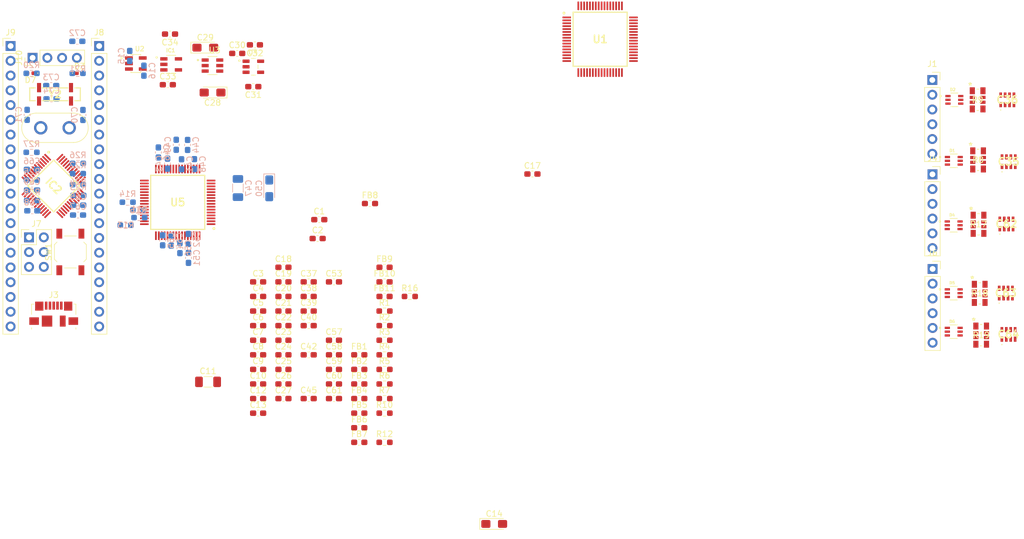
<source format=kicad_pcb>
(kicad_pcb (version 20221018) (generator pcbnew)
  (layers (0 "F.Cu" signal) (1 "In1.Cu" signal) (2 "In2.Cu" signal) (31 "B.Cu" signal) (34 "B.Paste" user) (35 "F.Paste" user) (36 "B.SilkS" user "B.Silkscreen") (37 "F.SilkS" user "F.Silkscreen") (38 "B.Mask" user) (39 "F.Mask" user) (44 "Edge.Cuts" user))
  (net 0 "")
  (net 1 "AGND")
  (net 2 "Net-(C1-Pad2)")
  (net 3 "Net-(U1-VREFN)")
  (net 4 "Net-(U1-VCAP4)")
  (net 5 "Net-(U1-VCAP2)")
  (net 6 "Net-(U1-VCAP1)")
  (net 7 "Net-(U1-VREFP)")
  (net 8 "VDD")
  (net 9 "PGND")
  (net 10 "DVDD")
  (net 11 "Net-(C17-Pad1)")
  (net 12 "Net-(U1-VCAP3)")
  (net 13 "Net-(C18-Pad2)")
  (net 14 "Net-(U1-BIASIN)")
  (net 15 "Net-(U1-BIASOUT)")
  (net 16 "Net-(U1-AVDD1)")
  (net 17 "DGND")
  (net 18 "Net-(U1-BIASINV)")
  (net 19 "Net-(U3-CAP+)")
  (net 20 "Net-(U3-CAP-)")
  (net 21 "DVSS")
  (net 22 "Net-(U4-NR)")
  (net 23 "AVSS")
  (net 24 "AVDD")
  (net 25 "IN4P")
  (net 26 "IN5P")
  (net 27 "IN3P")
  (net 28 "IN6P")
  (net 29 "SRB1")
  (net 30 "IN2P")
  (net 31 "IN1P")
  (net 32 "BIAS_DRV")
  (net 33 "Net-(C37-Pad2)")
  (net 34 "Net-(U5-VREFN)")
  (net 35 "Net-(U5-VCAP4)")
  (net 36 "Net-(U5-VCAP2)")
  (net 37 "Net-(U5-VCAP1)")
  (net 38 "Net-(U5-VREFP)")
  (net 39 "Net-(C51-Pad1)")
  (net 40 "Net-(U5-VCAP3)")
  (net 41 "Net-(C52-Pad2)")
  (net 42 "BIAS_IN")
  (net 43 "Net-(U5-BIASOUT)")
  (net 44 "Net-(U5-AVDD1)")
  (net 45 "Net-(U5-BIASINV)")
  (net 46 "IN10P")
  (net 47 "IN11P")
  (net 49 "IN15P")
  (net 50 "IN16P")
  (net 52 "RESET")
  (net 53 "Net-(C70-Pad1)")
  (net 54 "OSCIN")
  (net 55 "OSCOUT")
  (net 56 "3P")
  (net 57 "5P")
  (net 58 "6P")
  (net 59 "4P")
  (net 61 "1P")
  (net 62 "2P")
  (net 63 "SRB_IN")
  (net 65 "Net-(D3-K)")
  (net 66 "8P")
  (net 67 "7P")
  (net 68 "10P")
  (net 69 "9P")
  (net 71 "12P")
  (net 72 "11P")
  (net 73 "14P")
  (net 74 "13P")
  (net 76 "16P")
  (net 77 "15P")
  (net 79 "Net-(D7-K)")
  (net 80 "VBAT")
  (net 81 "PC13")
  (net 82 "PC14")
  (net 83 "PC15")
  (net 84 "PA0")
  (net 85 "PA1")
  (net 86 "PA2")
  (net 87 "PA3")
  (net 88 "PA4")
  (net 89 "PA5")
  (net 90 "PA6")
  (net 91 "PA7")
  (net 92 "PB0")
  (net 93 "PB1")
  (net 94 "BOOT1")
  (net 95 "PB10")
  (net 96 "PB11")
  (net 97 "PB12")
  (net 98 "PB13")
  (net 99 "PB14")
  (net 100 "PB15")
  (net 101 "PA8")
  (net 102 "PA9")
  (net 103 "PA10")
  (net 104 "PA11")
  (net 105 "PA12")
  (net 106 "SVDIO")
  (net 107 "SWDCLK")
  (net 108 "PA15")
  (net 109 "PB3")
  (net 110 "PB4")
  (net 111 "PB5")
  (net 112 "PB6")
  (net 113 "PB7")
  (net 114 "BOOT0")
  (net 115 "PB8")
  (net 116 "PB9")
  (net 117 "Net-(J3-D-)")
  (net 118 "Net-(J3-D+)")
  (net 120 "Net-(U1-GPIO3)")
  (net 121 "Net-(U1-GPIO4)")
  (net 122 "Net-(U1-GPIO1)")
  (net 123 "Net-(U1-GPIO2)")
  (net 124 "Net-(U5-GPIO3)")
  (net 125 "Net-(U5-GPIO4)")
  (net 126 "Net-(U5-GPIO1)")
  (net 127 "Net-(U5-GPIO2)")
  (net 132 "Net-(J7-Pin_a2)")
  (net 133 "Net-(J7-Pin_b2)")
  (net 145 "IN9P")
  (net 146 "IN7P")
  (net 147 "IN8P")
  (net 148 "IN13P")
  (net 149 "IN12P")
  (net 150 "IN14P")
  (footprint "Capacitor_SMD:C_0603_1608Metric_Pad1.08x0.95mm_HandSolder" (layer "F.Cu") (at 94.18 71.87)
    (fp_text reference "C4" (at 0 -1.43) (layer "F.SilkS"))
    (fp_text value "1uf")
    (pad "1" smd roundrect (at -0.8625 0) (size 1.075 0.95) (layers "F.Cu" "F.Paste" "F.Mask") (net 3 "Net-(U1-VREFN)"))
    (pad "2" smd roundrect (at 0.8625 0) (size 1.075 0.95) (layers "F.Cu" "F.Paste" "F.Mask") (net 1 "AGND"))
  )
  (footprint "Capacitor_Tantalum_SMD:CP_EIA-3216-18_Kemet-A_Pad1.58x1.35mm_HandSolder" (layer "F.Cu") (at 86.3346 36.7792 180)
    (fp_text reference "C28" (at 0 -1.75) (layer "F.SilkS"))
    (fp_text value "3.3uf")
    (pad "1" smd roundrect (at -1.4375 0 180) (size 1.575 1.35) (layers "F.Cu" "F.Paste" "F.Mask") (roundrect_rratio 0.185185) (net 19 "Net-(U3-CAP+)"))
    (pad "2" smd roundrect (at 1.4375 0 180) (size 1.575 1.35) (layers "F.Cu" "F.Paste" "F.Mask") (roundrect_rratio 0.185185) (net 20 "Net-(U3-CAP-)"))
  )
  (footprint "Capacitor_SMD:C_0603_1608Metric_Pad1.08x0.95mm_HandSolder" (layer "F.Cu") (at 104.6988 58.6486)
    (fp_text reference "C1" (at 0 -1.43) (layer "F.SilkS"))
    (fp_text value "0.1uf")
    (pad "1" smd roundrect (at -0.8625 0) (size 1.075 0.95) (layers "F.Cu" "F.Paste" "F.Mask") (net 1 "AGND"))
    (pad "2" smd roundrect (at 0.8625 0) (size 1.075 0.95) (layers "F.Cu" "F.Paste" "F.Mask") (net 2 "Net-(C1-Pad2)"))
  )
  (footprint "Capacitor_SMD:C_0603_1608Metric_Pad1.08x0.95mm_HandSolder" (layer "F.Cu") (at 94.18 84.42)
    (fp_text reference "C9" (at 0 -1.43) (layer "F.SilkS"))
    (fp_text value "1uf")
    (pad "1" smd roundrect (at -0.8625 0) (size 1.075 0.95) (layers "F.Cu" "F.Paste" "F.Mask") (net 3 "Net-(U1-VREFN)"))
    (pad "2" smd roundrect (at 0.8625 0) (size 1.075 0.95) (layers "F.Cu" "F.Paste" "F.Mask") (net 1 "AGND"))
  )
  (footprint "reg_bank:CAY16_BRN" (layer "F.Cu") (at 218.1352 59.4487)
    (fp_text reference "R17" (at 0 0 unlocked) (layer "F.SilkS"))
    (fp_text value "CAY16-2201F4LF")
    (fp_text user "*" (at -1.2827 -2.413) (layer "F.SilkS"))
    (fp_text user "*" (at -1.2827 -2.413 unlocked) (layer "F.SilkS"))
    (pad "1" smd rect (at -0.9144 -1.5621) (size 0.889 1.1938) (layers "F.Cu" "F.Paste" "F.Mask") (net 68 "10P"))
    (pad "2" smd rect (at -0.9144 -0.414782) (size 0.889 0.5588) (layers "F.Cu" "F.Paste" "F.Mask") (net 66 "8P"))
    (pad "3" smd rect (at -0.9144 0.414782) (size 0.889 0.5588) (layers "F.Cu" "F.Paste" "F.Mask") (net 67 "7P"))
    (pad "4" smd rect (at -0.9144 1.5621) (size 0.889 1.1938) (layers "F.Cu" "F.Paste" "F.Mask") (net 69 "9P"))
    (pad "5" smd rect (at 0.9144 1.5621) (size 0.889 1.1938) (layers "F.Cu" "F.Paste" "F.Mask") (net 145 "IN9P"))
    (pad "6" smd rect (at 0.9144 0.414782) (size 0.889 0.5588) (layers "F.Cu" "F.Paste" "F.Mask") (net 146 "IN7P"))
    (pad "7" smd rect (at 0.9144 -0.414782) (size 0.889 0.5588) (layers "F.Cu" "F.Paste" "F.Mask") (net 147 "IN8P"))
    (pad "8" smd rect (at 0.9144 -1.5621) (size 0.889 1.1938) (layers "F.Cu" "F.Paste" "F.Mask") (net 46 "IN10P"))
  )
  (footprint "Connector_PinHeader_2.54mm:PinHeader_1x20_P2.54mm_Vertical" (layer "F.Cu") (at 51.5863 28.7782)
    (fp_text reference "J9" (at 0 -2.33) (layer "F.SilkS"))
    (fp_text value "Conn_01x20_Pin" hide)
    (pad "1" thru_hole rect (at 0 0) (size 1.7 1.7) (drill 1) (layers "*.Cu" "*.Mask") (net 80 "VBAT"))
    (pad "2" thru_hole oval (at 0 2.54) (size 1.7 1.7) (drill 1) (layers "*.Cu" "*.Mask") (net 81 "PC13"))
    (pad "3" thru_hole oval (at 0 5.08) (size 1.7 1.7) (drill 1) (layers "*.Cu" "*.Mask") (net 82 "PC14"))
    (pad "4" thru_hole oval (at 0 7.62) (size 1.7 1.7) (drill 1) (layers "*.Cu" "*.Mask") (net 83 "PC15"))
    (pad "5" thru_hole oval (at 0 10.16) (size 1.7 1.7) (drill 1) (layers "*.Cu" "*.Mask") (net 84 "PA0"))
    (pad "6" thru_hole oval (at 0 12.7) (size 1.7 1.7) (drill 1) (layers "*.Cu" "*.Mask") (net 85 "PA1"))
    (pad "7" thru_hole oval (at 0 15.24) (size 1.7 1.7) (drill 1) (layers "*.Cu" "*.Mask") (net 86 "PA2"))
    (pad "8" thru_hole oval (at 0 17.78) (size 1.7 1.7) (drill 1) (layers "*.Cu" "*.Mask") (net 87 "PA3"))
    (pad "9" thru_hole oval (at 0 20.32) (size 1.7 1.7) (drill 1) (layers "*.Cu" "*.Mask") (net 88 "PA4"))
    (pad "10" thru_hole oval (at 0 22.86) (size 1.7 1.7) (drill 1) (layers "*.Cu" "*.Mask") (net 89 "PA5"))
    (pad "11" thru_hole oval (at 0 25.4) (size 1.7 1.7) (drill 1) (layers "*.Cu" "*.Mask") (net 90 "PA6"))
    (pad "12" thru_hole oval (at 0 27.94) (size 1.7 1.7) (drill 1) (layers "*.Cu" "*.Mask") (net 91 "PA7"))
    (pad "13" thru_hole oval (at 0 30.48) (size 1.7 1.7) (drill 1) (layers "*.Cu" "*.Mask") (net 92 "PB0"))
    (pad "14" thru_hole oval (at 0 33.02) (size 1.7 1.7) (drill 1) (layers "*.Cu" "*.Mask") (net 93 "PB1"))
    (pad "15" thru_hole oval (at 0 35.56) (size 1.7 1.7) (drill 1) (layers "*.Cu" "*.Mask") (net 95 "PB10"))
    (pad "16" thru_hole oval (at 0 38.1) (size 1.7 1.7) (drill 1) (layers "*.Cu" "*.Mask") (net 96 "PB11"))
    (pad "17" thru_hole oval (at 0 40.64) (size 1.7 1.7) (drill 1) (layers "*.Cu" "*.Mask") (net 52 "RESET"))
    (pad "18" thru_hole oval (at 0 43.18) (size 1.7 1.7) (drill 1) (layers "*.Cu" "*.Mask") (net 10 "DVDD"))
    (pad "19" thru_hole oval (at 0 45.72) (size 1.7 1.7) (drill 1) (layers "*.Cu" "*.Mask") (net 17 "DGND"))
    (pad "20" thru_hole oval (at 0 48.26) (size 1.7 1.7) (drill 1) (layers "*.Cu" "*.Mask") (net 17 "DGND"))
  )
  (footprint "Capacitor_Tantalum_SMD:CP_EIA-3216-18_Kemet-A_Pad1.58x1.35mm_HandSolder" (layer "F.Cu") (at 85.09 29.0576)
    (fp_text reference "C29" (at 0 -1.75) (layer "F.SilkS"))
    (fp_text value "3.3uf")
    (pad "1" smd roundrect (at -1.4375 0) (size 1.575 1.35) (layers "F.Cu" "F.Paste" "F.Mask") (roundrect_rratio 0.185185) (net 9 "PGND"))
    (pad "2" smd roundrect (at 1.4375 0) (size 1.575 1.35) (layers "F.Cu" "F.Paste" "F.Mask") (roundrect_rratio 0.185185) (net 21 "DVSS"))
  )
  (footprint "Capacitor_SMD:C_0603_1608Metric_Pad1.08x0.95mm_HandSolder" (layer "F.Cu") (at 107.23 69.36)
    (fp_text reference "C53" (at 0 -1.43) (layer "F.SilkS"))
    (fp_text value "1.5nf")
    (pad "1" smd roundrect (at -0.8625 0) (size 1.075 0.95) (layers "F.Cu" "F.Paste" "F.Mask") (net 42 "BIAS_IN"))
    (pad "2" smd roundrect (at 0.8625 0) (size 1.075 0.95) (layers "F.Cu" "F.Paste" "F.Mask") (net 43 "Net-(U5-BIASOUT)"))
  )
  (footprint "Connector_PinHeader_2.54mm:PinHeader_2x03_P2.54mm_Vertical" (layer "F.Cu") (at 54.7613 61.6966)
    (fp_text reference "J7" (at 1.27 -2.33) (layer "F.SilkS"))
    (fp_text value "Conn_02x03_Row_Letter_First" hide)
    (pad "1" thru_hole rect (at 0 0) (size 1.7 1.7) (drill 1) (layers "*.Cu" "*.Mask"))
    (pad "2" thru_hole oval (at 2.54 0) (size 1.7 1.7) (drill 1) (layers "*.Cu" "*.Mask"))
    (pad "3" thru_hole oval (at 0 2.54) (size 1.7 1.7) (drill 1) (layers "*.Cu" "*.Mask"))
    (pad "4" thru_hole oval (at 2.54 2.54) (size 1.7 1.7) (drill 1) (layers "*.Cu" "*.Mask"))
    (pad "5" thru_hole oval (at 0 5.08) (size 1.7 1.7) (drill 1) (layers "*.Cu" "*.Mask"))
    (pad "6" thru_hole oval (at 2.54 5.08) (size 1.7 1.7) (drill 1) (layers "*.Cu" "*.Mask"))
  )
  (footprint "Capacitor_SMD:C_0603_1608Metric_Pad1.08x0.95mm_HandSolder" (layer "F.Cu") (at 102.88 74.38)
    (fp_text reference "C39" (at 0 -1.43) (layer "F.SilkS"))
    (fp_text value "1uf")
    (pad "1" smd roundrect (at -0.8625 0) (size 1.075 0.95) (layers "F.Cu" "F.Paste" "F.Mask") (net 1 "AGND"))
    (pad "2" smd roundrect (at 0.8625 0) (size 1.075 0.95) (layers "F.Cu" "F.Paste" "F.Mask") (net 33 "Net-(C37-Pad2)"))
  )
  (footprint "Capacitor_SMD:C_0603_1608Metric_Pad1.08x0.95mm_HandSolder" (layer "F.Cu") (at 94.18 86.93)
    (fp_text reference "C10" (at 0 -1.43) (layer "F.SilkS"))
    (fp_text value "1uf")
    (pad "1" smd roundrect (at -0.8625 0) (size 1.075 0.95) (layers "F.Cu" "F.Paste" "F.Mask") (net 3 "Net-(U1-VREFN)"))
    (pad "2" smd roundrect (at 0.8625 0) (size 1.075 0.95) (layers "F.Cu" "F.Paste" "F.Mask") (net 5 "Net-(U1-VCAP2)"))
  )
  (footprint "Capacitor_SMD:C_0603_1608Metric_Pad1.08x0.95mm_HandSolder" (layer "F.Cu") (at 90.5764 30.0482)
    (fp_text reference "C30" (at 0 -1.43) (layer "F.SilkS"))
    (fp_text value "2.2uf")
    (pad "1" smd roundrect (at -0.8625 0) (size 1.075 0.95) (layers "F.Cu" "F.Paste" "F.Mask") (net 21 "DVSS"))
    (pad "2" smd roundrect (at 0.8625 0) (size 1.075 0.95) (layers "F.Cu" "F.Paste" "F.Mask") (net 9 "PGND"))
  )
  (footprint "Capacitor_SMD:C_0603_1608Metric_Pad1.08x0.95mm_HandSolder" (layer "F.Cu") (at 98.53 86.93)
    (fp_text reference "C26" (at 0 -1.43) (layer "F.SilkS"))
    (fp_text value "0.1uf")
    (pad "1" smd roundrect (at -0.8625 0) (size 1.075 0.95) (layers "F.Cu" "F.Paste" "F.Mask") (net 13 "Net-(C18-Pad2)"))
    (pad "2" smd roundrect (at 0.8625 0) (size 1.075 0.95) (layers "F.Cu" "F.Paste" "F.Mask") (net 1 "AGND"))
  )
  (footprint "Capacitor_SMD:C_0603_1608Metric_Pad1.08x0.95mm_HandSolder" (layer "F.Cu") (at 107.23 81.91)
    (fp_text reference "C58" (at 0 -1.43) (layer "F.SilkS"))
    (fp_text value "1uf")
    (pad "1" smd roundrect (at -0.8625 0) (size 1.075 0.95) (layers "F.Cu" "F.Paste" "F.Mask") (net 41 "Net-(C52-Pad2)"))
    (pad "2" smd roundrect (at 0.8625 0) (size 1.075 0.95) (layers "F.Cu" "F.Paste" "F.Mask") (net 1 "AGND"))
  )
  (footprint "cap_bank:W3A41C102MAT2A" (layer "F.Cu") (at 223.3198 48.6786)
    (fp_text reference "C35" (at 0 0) (layer "F.SilkS") (effects (font (size 1.27 1.27) (thickness 0.254))))
    (fp_text value "CKCL44X7R1H102M085AA" hide)
    (pad "1" smd rect (at -1.14 0.825) (size 0.46 0.89) (layers "F.Cu" "F.Paste" "F.Mask") (net 1 "AGND"))
    (pad "2" smd rect (at -0.38 0.825) (size 0.46 0.89) (layers "F.Cu" "F.Paste" "F.Mask") (net 1 "AGND"))
    (pad "3" smd rect (at 0.38 0.825) (size 0.46 0.89) (layers "F.Cu" "F.Paste" "F.Mask") (net 1 "AGND"))
    (pad "4" smd rect (at 1.14 0.825) (size 0.46 0.89) (layers "F.Cu" "F.Paste" "F.Mask") (net 1 "AGND"))
    (pad "5" smd rect (at 1.14 -0.825) (size 0.46 0.89) (layers "F.Cu" "F.Paste" "F.Mask") (net 25 "IN4P"))
    (pad "6" smd rect (at 0.38 -0.825) (size 0.46 0.89) (layers "F.Cu" "F.Paste" "F.Mask") (net 26 "IN5P"))
    (pad "7" smd rect (at -0.38 -0.825) (size 0.46 0.89) (layers "F.Cu" "F.Paste" "F.Mask") (net 27 "IN3P"))
    (pad "8" smd rect (at -1.14 -0.825) (size 0.46 0.89) (layers "F.Cu" "F.Paste" "F.Mask") (net 28 "IN6P"))
  )
  (footprint "Connector_PinHeader_2.54mm:PinHeader_1x20_P2.54mm_Vertical" (layer "F.Cu") (at 66.8263 28.7782)
    (fp_text reference "J8" (at 0 -2.33) (layer "F.SilkS"))
    (fp_text value "Conn_01x20_Pin" hide)
    (pad "1" thru_hole rect (at 0 0) (size 1.7 1.7) (drill 1) (layers "*.Cu" "*.Mask") (net 10 "DVDD"))
    (pad "2" thru_hole oval (at 0 2.54) (size 1.7 1.7) (drill 1) (layers "*.Cu" "*.Mask") (net 17 "DGND"))
    (pad "3" thru_hole oval (at 0 5.08) (size 1.7 1.7) (drill 1) (layers "*.Cu" "*.Mask") (net 8 "VDD"))
    (pad "4" thru_hole oval (at 0 7.62) (size 1.7 1.7) (drill 1) (layers "*.Cu" "*.Mask") (net 116 "PB9"))
    (pad "5" thru_hole oval (at 0 10.16) (size 1.7 1.7) (drill 1) (layers "*.Cu" "*.Mask") (net 115 "PB8"))
    (pad "6" thru_hole oval (at 0 12.7) (size 1.7 1.7) (drill 1) (layers "*.Cu" "*.Mask") (net 113 "PB7"))
    (pad "7" thru_hole oval (at 0 15.24) (size 1.7 1.7) (drill 1) (layers "*.Cu" "*.Mask") (net 112 "PB6"))
    (pad "8" thru_hole oval (at 0 17.78) (size 1.7 1.7) (drill 1) (layers "*.Cu" "*.Mask") (net 111 "PB5"))
    (pad "9" thru_hole oval (at 0 20.32) (size 1.7 1.7) (drill 1) (layers "*.Cu" "*.Mask") (net 110 "PB4"))
    (pad "10" thru_hole oval (at 0 22.86) (size 1.7 1.7) (drill 1) (layers "*.Cu" "*.Mask") (net 109 "PB3"))
    (pad "11" thru_hole oval (at 0 25.4) (size 1.7 1.7) (drill 1) (layers "*.Cu" "*.Mask") (net 108 "PA15"))
    (pad "12" thru_hole oval (at 0 27.94) (size 1.7 1.7) (drill 1) (layers "*.Cu" "*.Mask") (net 105 "PA12"))
    (pad "13" thru_hole oval (at 0 30.48) (size 1.7 1.7) (drill 1) (layers "*.Cu" "*.Mask") (net 104 "PA11"))
    (pad "14" thru_hole oval (at 0 33.02) (size 1.7 1.7) (drill 1) (layers "*.Cu" "*.Mask") (net 103 "PA10"))
    (pad "15" thru_hole oval (at 0 35.56) (size 1.7 1.7) (drill 1) (layers "*.Cu" "*.Mask") (net 102 "PA9"))
    (pad "16" thru_hole oval (at 0 38.1) (size 1.7 1.7) (drill 1) (layers "*.Cu" "*.Mask") (net 101 "PA8"))
    (pad "17" thru_hole oval (at 0 40.64) (size 1.7 1.7) (drill 1) (layers "*.Cu" "*.Mask") (net 100 "PB15"))
    (pad "18" thru_hole oval (at 0 43.18) (size 1.7 1.7) (drill 1) (layers "*.Cu" "*.Mask") (net 99 "PB14"))
    (pad "19" thru_hole oval (at 0 45.72) (size 1.7 1.7) (drill 1) (layers "*.Cu" "*.Mask") (net 98 "PB13"))
    (pad "20" thru_hole oval (at 0 48.26) (size 1.7 1.7) (drill 1) (layers "*.Cu" "*.Mask") (net 97 "PB12"))
  )
  (footprint "Resistor_SMD:R_0603_1608Metric_Pad0.98x0.95mm_HandSolder" (layer "F.Cu") (at 115.93 86.93)
    (fp_text reference "R6" (at 0 -1.43) (layer "F.SilkS"))
    (fp_text value "10K")
    (pad "1" smd roundrect (at -0.9125 0) (size 0.975 0.95) (layers "F.Cu" "F.Paste" "F.Mask") (net 123 "Net-(U1-GPIO2)"))
    (pad "2" smd roundrect (at 0.9125 0) (size 0.975 0.95) (layers "F.Cu" "F.Paste" "F.Mask") (net 17 "DGND"))
  )
  (footprint "Inductor_SMD:L_0603_1608Metric_Pad1.05x0.95mm_HandSolder" (layer "F.Cu") (at 111.58 91.95)
    (fp_text reference "FB5" (at 0 -1.43) (layer "F.SilkS"))
    (fp_text value "FerriteBead")
    (pad "1" smd roundrect (at -0.875 0) (size 1.05 0.95) (layers "F.Cu" "F.Paste" "F.Mask") (net 3 "Net-(U1-VREFN)"))
    (pad "2" smd roundrect (at 0.875 0) (size 1.05 0.95) (layers "F.Cu" "F.Paste" "F.Mask") (net 23 "AVSS"))
  )
  (footprint "Capacitor_SMD:C_0603_1608Metric_Pad1.08x0.95mm_HandSolder" (layer "F.Cu") (at 102.88 69.36)
    (fp_text reference "C37" (at 0 -1.43) (layer "F.SilkS"))
    (fp_text value "0.1uf")
    (pad "1" smd roundrect (at -0.8625 0) (size 1.075 0.95) (layers "F.Cu" "F.Paste" "F.Mask") (net 1 "AGND"))
    (pad "2" smd roundrect (at 0.8625 0) (size 1.075 0.95) (layers "F.Cu" "F.Paste" "F.Mask") (net 33 "Net-(C37-Pad2)"))
  )
  (footprint "Capacitor_SMD:C_0603_1608Metric_Pad1.08x0.95mm_HandSolder" (layer "F.Cu") (at 94.18 91.95)
    (fp_text reference "C13" (at 0 -1.43) (layer "F.SilkS"))
    (fp_text value "0.1uf")
    (pad "1" smd roundrect (at -0.8625 0) (size 1.075 0.95) (layers "F.Cu" "F.Paste" "F.Mask") (net 7 "Net-(U1-VREFP)"))
    (pad "2" smd roundrect (at 0.8625 0) (size 1.075 0.95) (layers "F.Cu" "F.Paste" "F.Mask") (net 3 "Net-(U1-VREFN)"))
  )
  (footprint "ADS1299:QFP50P1200X1200X120-64N" (layer "F.Cu") (at 153.0258 27.6074)
    (fp_text reference "U1" (at 0 0) (layer "F.SilkS") (effects (font (size 1.27 1.27) (thickness 0.254))))
    (fp_text value "ADS1299IPAG" hide)
    (pad "1" smd rect (at -5.738 -3.75 90) (size 0.3 1.475) (layers "F.Cu" "F.Paste" "F.Mask") (net 29 "SRB1"))
    (pad "2" smd rect (at -5.738 -3.25 90) (size 0.3 1.475) (layers "F.Cu" "F.Paste" "F.Mask") (net 147 "IN8P"))
    (pad "3" smd rect (at -5.738 -2.75 90) (size 0.3 1.475) (layers "F.Cu" "F.Paste" "F.Mask") (net 29 "SRB1"))
    (pad "4" smd rect (at -5.738 -2.25 90) (size 0.3 1.475) (layers "F.Cu" "F.Paste" "F.Mask") (net 146 "IN7P"))
    (pad "5" smd rect (at -5.738 -1.75 90) (size 0.3 1.475) (layers "F.Cu" "F.Paste" "F.Mask") (net 29 "SRB1"))
    (pad "6" smd rect (at -5.738 -1.25 90) (size 0.3 1.475) (layers "F.Cu" "F.Paste" "F.Mask") (net 28 "IN6P"))
    (pad "7" smd rect (at -5.738 -0.75 90) (size 0.3 1.475) (layers "F.Cu" "F.Paste" "F.Mask") (net 29 "SRB1"))
    (pad "8" smd rect (at -5.738 -0.25 90) (size 0.3 1.475) (layers "F.Cu" "F.Paste" "F.Mask") (net 26 "IN5P"))
    (pad "9" smd rect (at -5.738 0.25 90) (size 0.3 1.475) (layers "F.Cu" "F.Paste" "F.Mask") (net 29 "SRB1"))
    (pad "10" smd rect (at -5.738 0.75 90) (size 0.3 1.475) (layers "F.Cu" "F.Paste" "F.Mask") (net 25 "IN4P"))
    (pad "11" smd rect (at -5.738 1.25 90) (size 0.3 1.475) (layers "F.Cu" "F.Paste" "F.Mask") (net 29 "SRB1"))
    (pad "12" smd rect (at -5.738 1.75 90) (size 0.3 1.475) (layers "F.Cu" "F.Paste" "F.Mask") (net 27 "IN3P"))
    (pad "13" smd rect (at -5.738 2.25 90) (size 0.3 1.475) (layers "F.Cu" "F.Paste" "F.Mask") (net 29 "SRB1"))
    (pad "14" smd rect (at -5.738 2.75 90) (size 0.3 1.475) (layers "F.Cu" "F.Paste" "F.Mask") (net 30 "IN2P"))
    (pad "15" smd rect (at -5.738 3.25 90) (size 0.3 1.475) (layers "F.Cu" "F.Paste" "F.Mask") (net 29 "SRB1"))
    (pad "16" smd rect (at -5.738 3.75 90) (size 0.3 1.475) (layers "F.Cu" "F.Paste" "F.Mask") (net 31 "IN1P"))
    (pad "17" smd rect (at -3.75 5.738) (size 0.3 1.475) (layers "F.Cu" "F.Paste" "F.Mask") (net 29 "SRB1"))
    (pad "18" smd rect (at -3.25 5.738) (size 0.3 1.475) (layers "F.Cu" "F.Paste" "F.Mask"))
    (pad "19" smd rect (at -2.75 5.738) (size 0.3 1.475) (layers "F.Cu" "F.Paste" "F.Mask") (net 2 "Net-(C1-Pad2)"))
    (pad "20" smd rect (at -2.25 5.738) (size 0.3 1.475) (layers "F.Cu" "F.Paste" "F.Mask") (net 3 "Net-(U1-VREFN)"))
    (pad "21" smd rect (at -1.75 5.738) (size 0.3 1.475) (layers "F.Cu" "F.Paste" "F.Mask") (net 2 "Net-(C1-Pad2)"))
    (pad "22" smd rect (at -1.25 5.738) (size 0.3 1.475) (layers "F.Cu" "F.Paste" "F.Mask") (net 2 "Net-(C1-Pad2)"))
    (pad "23" smd rect (at -0.75 5.738) (size 0.3 1.475) (layers "F.Cu" "F.Paste" "F.Mask") (net 3 "Net-(U1-VREFN)"))
    (pad "24" smd rect (at -0.25 5.738) (size 0.3 1.475) (layers "F.Cu" "F.Paste" "F.Mask") (net 7 "Net-(U1-VREFP)"))
    (pad "25" smd rect (at 0.25 5.738) (size 0.3 1.475) (layers "F.Cu" "F.Paste" "F.Mask") (net 3 "Net-(U1-VREFN)"))
    (pad "26" smd rect (at 0.75 5.738) (size 0.3 1.475) (layers "F.Cu" "F.Paste" "F.Mask") (net 4 "Net-(U1-VCAP4)"))
    (pad "27" smd rect (at 1.25 5.738) (size 0.3 1.475) (layers "F.Cu" "F.Paste" "F.Mask"))
    (pad "28" smd rect (at 1.75 5.738) (size 0.3 1.475) (layers "F.Cu" "F.Paste" "F.Mask") (net 6 "Net-(U1-VCAP1)"))
    (pad "29" smd rect (at 2.25 5.738) (size 0.3 1.475) (layers "F.Cu" "F.Paste" "F.Mask"))
    (pad "30" smd rect (at 2.75 5.738) (size 0.3 1.475) (layers "F.Cu" "F.Paste" "F.Mask") (net 5 "Net-(U1-VCAP2)"))
    (pad "31" smd rect (at 3.25 5.738) (size 0.3 1.475) (layers "F.Cu" "F.Paste" "F.Mask") (net 17 "DGND"))
    (pad "32" smd rect (at 3.75 5.738) (size 0.3 1.475) (layers "F.Cu" "F.Paste" "F.Mask") (net 3 "Net-(U1-VREFN)"))
    (pad "33" smd rect (at 5.738 3.75 90) (size 0.3 1.475) (layers "F.Cu" "F.Paste" "F.Mask") (net 17 "DGND"))
    (pad "34" smd rect (at 5.738 3.25 90) (size 0.3 1.475) (layers "F.Cu" "F.Paste" "F.Mask") (net 91 "PA7"))
    (pad "35" smd rect (at 5.738 2.75 90) (size 0.3 1.475) (layers "F.Cu" "F.Paste" "F.Mask") (net 10 "DVDD"))
    (pad "36" smd rect (at 5.738 2.25 90) (size 0.3 1.475) (layers "F.Cu" "F.Paste" "F.Mask") (net 110 "PB4"))
    (pad "37" smd rect (at 5.738 1.75 90) (size 0.3 1.475) (layers "F.Cu" "F.Paste" "F.Mask"))
    (pad "38" smd rect (at 5.738 1.25 90) (size 0.3 1.475) (layers "F.Cu" "F.Paste" "F.Mask") (net 111 "PB5"))
    (pad "39" smd rect (at 5.738 0.75 90) (size 0.3 1.475) (layers "F.Cu" "F.Paste" "F.Mask") (net 112 "PB6"))
    (pad "40" smd rect (at 5.738 0.25 90) (size 0.3 1.475) (layers "F.Cu" "F.Paste" "F.Mask") (net 89 "PA5"))
    (pad "41" smd rect (at 5.738 -0.25 90) (size 0.3 1.475) (layers "F.Cu" "F.Paste" "F.Mask") (net 17 "DGND"))
    (pad "42" smd rect (at 5.738 -0.75 90) (size 0.3 1.475) (layers "F.Cu" "F.Paste" "F.Mask") (net 122 "Net-(U1-GPIO1)"))
    (pad "43" smd rect (at 5.738 -1.25 90) (size 0.3 1.475) (layers "F.Cu" "F.Paste" "F.Mask") (net 90 "PA6"))
    (pad "44" smd rect (at 5.738 -1.75 90) (size 0.3 1.475) (layers "F.Cu" "F.Paste" "F.Mask") (net 123 "Net-(U1-GPIO2)"))
    (pad "45" smd rect (at 5.738 -2.25 90) (size 0.3 1.475) (layers "F.Cu" "F.Paste" "F.Mask") (net 120 "Net-(U1-GPIO3)"))
    (pad "46" smd rect (at 5.738 -2.75 90) (size 0.3 1.475) (layers "F.Cu" "F.Paste" "F.Mask") (net 121 "Net-(U1-GPIO4)"))
    (pad "47" smd rect (at 5.738 -3.25 90) (size 0.3 1.475) (layers "F.Cu" "F.Paste" "F.Mask") (net 109 "PB3"))
    (pad "48" smd rect (at 5.738 -3.75 90) (size 0.3 1.475) (layers "F.Cu" "F.Paste" "F.Mask") (net 10 "DVDD"))
    (pad "49" smd rect (at 3.75 -5.738) (size 0.3 1.475) (layers "F.Cu" "F.Paste" "F.Mask") (net 17 "DGND"))
    (pad "50" smd rect (at 3.25 -5.738) (size 0.3 1.475) (layers "F.Cu" "F.Paste" "F.Mask") (net 10 "DVDD"))
    (pad "51" smd rect (at 2.75 -5.738) (size 0.3 1.475) (layers "F.Cu" "F.Paste" "F.Mask") (net 17 "DGND"))
    (pad "52" smd rect (at 2.25 -5.738) (size 0.3 1.475) (layers "F.Cu" "F.Paste" "F.Mask") (net 10 "DVDD"))
    (pad "53" smd rect (at 1.75 -5.738) (size 0.3 1.475) (layers "F.Cu" "F.Paste" "F.Mask") (net 1 "AGND"))
    (pad "54" smd rect (at 1.25 -5.738) (size 0.3 1.475) (layers "F.Cu" "F.Paste" "F.Mask") (net 16 "Net-(U1-AVDD1)"))
    (pad "55" smd rect (at 0.75 -5.738) (size 0.3 1.475) (layers "F.Cu" "F.Paste" "F.Mask") (net 12 "Net-(U1-VCAP3)"))
    (pad "56" smd rect (at 0.25 -5.738) (size 0.3 1.475) (layers "F.Cu" "F.Paste" "F.Mask") (net 13 "Net-(C18-Pad2)"))
    (pad "57" smd rect (at -0.25 -5.738) (size 0.3 1.475) (layers "F.Cu" "F.Paste" "F.Mask") (net 11 "Net-(C17-Pad1)"))
    (pad "58" smd rect (at -0.75 -5.738) (size 0.3 1.475) (layers "F.Cu" "F.Paste" "F.Mask") (net 11 "Net-(C17-Pad1)"))
    (pad "59" smd rect (at -1.25 -5.738) (size 0.3 1.475) (layers "F.Cu" "F.Paste" "F.Mask") (net 13 "Net-(C18-Pad2)"))
    (pad "60" smd rect (at -1.75 -5.738) (size 0.3 1.475) (layers "F.Cu" "F.Paste" "F.Mask") (net 1 "AGND"))
    (pad "61" smd rect (at -2.25 -5.738) (size 0.3 1.475) (layers "F.Cu" "F.Paste" "F.Mask") (net 18 "Net-(U1-BIASINV)"))
    (pad "62" smd rect (at -2.75 -5.738) (size 0.3 1.475) (layers "F.Cu" "F.Paste" "F.Mask") (net 14 "Net-(U1-BIASIN)"))
    (pad "63" smd rect (at -3.25 -5.738) (size 0.3 1.475) (layers "F.Cu" "F.Paste" "F.Mask") (net 15 "Net-(U1-BIASOUT)"))
    (pad "64" smd rect (at -3.75 -5.738) (size 0.3 1.475) (layers "F.Cu" "F.Paste" "F.Mask"))
  )
  (footprint "reg_bank:CAY16_BRN" (layer "F.Cu") (at 218.3384 71.3359)
    (fp_text reference "R18" (at 0 0 unlocked) (layer "F.SilkS"))
    (fp_text value "CAY16-2201F4LF")
    (fp_text user "*" (at -1.2827 -2.413) (layer "F.SilkS"))
    (fp_text user "*" (at -1.2827 -2.413 unlocked) (layer "F.SilkS"))
    (pad "1" smd rect (at -0.9144 -1.5621) (size 0.889 1.1938) (layers "F.Cu" "F.Paste" "F.Mask") (net 73 "14P"))
    (pad "2" smd rect (at -0.9144 -0.414782) (size 0.889 0.5588) (layers "F.Cu" "F.Paste" "F.Mask") (net 71 "12P"))
    (pad "3" smd rect (at -0.9144 0.414782) (size 0.889 0.5588) (layers "F.Cu" "F.Paste" "F.Mask") (net 72 "11P"))
    (pad "4" smd rect (at -0.9144 1.5621) (size 0.889 1.1938) (layers "F.Cu" "F.Paste" "F.Mask") (net 74 "13P"))
    (pad "5" smd rect (at 0.9144 1.5621) (size 0.889 1.1938) (layers "F.Cu" "F.Paste" "F.Mask") (net 148 "IN13P"))
    (pad "6" smd rect (at 0.9144 0.414782) (size 0.889 0.5588) (layers "F.Cu" "F.Paste" "F.Mask") (net 47 "IN11P"))
    (pad "7" smd rect (at 0.9144 -0.414782) (size 0.889 0.5588) (layers "F.Cu" "F.Paste" "F.Mask") (net 149 "IN12P"))
    (pad "8" smd rect (at 0.9144 -1.5621) (size 0.889 1.1938) (layers "F.Cu" "F.Paste" "F.Mask") (net 150 "IN14P"))
  )
  (footprint "Capacitor_SMD:C_0603_1608Metric_Pad1.08x0.95mm_HandSolder" (layer "F.Cu") (at 98.53 71.87)
    (fp_text reference "C20" (at 0 -1.43) (layer "F.SilkS"))
    (fp_text value "1uf")
    (pad "1" smd roundrect (at -0.8625 0) (size 1.075 0.95) (layers "F.Cu" "F.Paste" "F.Mask") (net 16 "Net-(U1-AVDD1)"))
    (pad "2" smd roundrect (at 0.8625 0) (size 1.075 0.95) (layers "F.Cu" "F.Paste" "F.Mask") (net 1 "AGND"))
  )
  (footprint "Capacitor_SMD:C_0603_1608Metric_Pad1.08x0.95mm_HandSolder" (layer "F.Cu") (at 94.18 69.36)
    (fp_text reference "C3" (at 0 -1.43) (layer "F.SilkS"))
    (fp_text value "1uf")
    (pad "1" smd roundrect (at -0.8625 0) (size 1.075 0.95) (layers "F.Cu" "F.Paste" "F.Mask") (net 1 "AGND"))
    (pad "2" smd roundrect (at 0.8625 0) (size 1.075 0.95) (layers "F.Cu" "F.Paste" "F.Mask") (net 2 "Net-(C1-Pad2)"))
  )
  (footprint "Capacitor_SMD:C_0603_1608Metric_Pad1.08x0.95mm_HandSolder" (layer "F.Cu") (at 94.18 76.89)
    (fp_text reference "C6" (at 0 -1.43) (layer "F.SilkS"))
    (fp_text value "0.1uf")
    (pad "1" smd roundrect (at -0.8625 0) (size 1.075 0.95) (layers "F.Cu" "F.Paste" "F.Mask") (net 3 "Net-(U1-VREFN)"))
    (pad "2" smd roundrect (at 0.8625 0) (size 1.075 0.95) (layers "F.Cu" "F.Paste" "F.Mask") (net 1 "AGND"))
  )
  (footprint "TLV:SOT95P280X110-5N" (layer "F.Cu") (at 79.2122 31.938)
    (fp_text reference "IC1" (at -0.098 -2.4064) (layer "F.SilkS") (effects (font (size 0.64 0.64))))
    (fp_text value "TLV70025QDDCRQ1")
    (pad "1" smd roundrect (at -1.255 -0.95) (size 1.25 0.59) (layers "F.Cu" "F.Paste" "F.Mask") (roundrect_rratio 0.07) (net 10 "DVDD"))
    (pad "2" smd roundrect (at -1.255 0) (size 1.25 0.59) (layers "F.Cu" "F.Paste" "F.Mask") (roundrect_rratio 0.07) (net 9 "PGND"))
    (pad "3" smd roundrect (at -1.255 0.95) (size 1.25 0.59) (layers "F.Cu" "F.Paste" "F.Mask") (roundrect_rratio 0.07) (net 10 "DVDD"))
    (pad "4" smd roundrect (at 1.255 0.95) (size 1.25 0.59) (layers "F.Cu" "F.Paste" "F.Mask") (roundrect_rratio 0.07))
    (pad "5" smd roundrect (at 1.255 -0.95) (size 1.25 0.59) (layers "F.Cu" "F.Paste" "F.Mask") (roundrect_rratio 0.07) (net 24 "AVDD"))
  )
  (footprint "Inductor_SMD:L_0603_1608Metric_Pad1.05x0.95mm_HandSolder" (layer "F.Cu") (at 111.58 86.93)
    (fp_text reference "FB3" (at 0 -1.43) (layer "F.SilkS"))
    (fp_text value "FerriteBead")
    (pad "1" smd roundrect (at -0.875 0) (size 1.05 0.95) (layers "F.Cu" "F.Paste" "F.Mask") (net 9 "PGND"))
    (pad "2" smd roundrect (at 0.875 0) (size 1.05 0.95) (layers "F.Cu" "F.Paste" "F.Mask") (net 17 "DGND"))
  )
  (footprint "Capacitor_SMD:C_0603_1608Metric_Pad1.08x0.95mm_HandSolder" (layer "F.Cu") (at 107.23 79.4)
    (fp_text reference "C57" (at 0 -1.43) (layer "F.SilkS"))
    (fp_text value "1.5nf")
    (pad "1" smd roundrect (at -0.8625 0) (size 1.075 0.95) (layers "F.Cu" "F.Paste" "F.Mask") (net 43 "Net-(U5-BIASOUT)"))
    (pad "2" smd roundrect (at 0.8625 0) (size 1.075 0.95) (layers "F.Cu" "F.Paste" "F.Mask") (net 45 "Net-(U5-BIASINV)"))
  )
  (footprint "Capacitor_SMD:C_0603_1608Metric_Pad1.08x0.95mm_HandSolder" (layer "F.Cu") (at 94.18 79.4)
    (fp_text reference "C7" (at 0 -1.43) (layer "F.SilkS"))
    (fp_text value "1uf")
    (pad "1" smd roundrect (at -0.8625 0) (size 1.075 0.95) (layers "F.Cu" "F.Paste" "F.Mask") (net 3 "Net-(U1-VREFN)"))
    (pad "2" smd roundrect (at 0.8625 0) (size 1.075 0.95) (layers "F.Cu" "F.Paste" "F.Mask") (net 4 "Net-(U1-VCAP4)"))
  )
  (footprint "Capacitor_SMD:C_0603_1608Metric_Pad1.08x0.95mm_HandSolder" (layer "F.Cu") (at 102.88 81.91)
    (fp_text reference "C42" (at 0 -1.43) (layer "F.SilkS"))
    (fp_text value "0.1uf")
    (pad "1" smd roundrect (at -0.8625 0) (size 1.075 0.95) (layers "F.Cu" "F.Paste" "F.Mask") (net 34 "Net-(U5-VREFN)"))
    (pad "2" smd roundrect (at 0.8625 0) (size 1.075 0.95) (layers "F.Cu" "F.Paste" "F.Mask") (net 1 "AGND"))
  )
  (footprint "STM32:QFP50P900X900X160-48N" (layer "F.Cu") (at 59.0031 52.8574 -45)
    (fp_text reference "IC2" (at 0 0 135) (layer "F.SilkS") (effects (font (size 1.27 1.27) (thickness 0.254))))
    (fp_text value "STM32F103C8T6TR" hide)
    (pad "1" smd rect (at -4.238 -2.75 45) (size 0.3 1.475) (layers "F.Cu" "F.Paste" "F.Mask") (net 80 "VBAT"))
    (pad "2" smd rect (at -4.238 -2.25 45) (size 0.3 1.475) (layers "F.Cu" "F.Paste" "F.Mask") (net 81 "PC13"))
    (pad "3" smd rect (at -4.238 -1.75 45) (size 0.3 1.475) (layers "F.Cu" "F.Paste" "F.Mask") (net 82 "PC14"))
    (pad "4" smd rect (at -4.238 -1.25 45) (size 0.3 1.475) (layers "F.Cu" "F.Paste" "F.Mask") (net 83 "PC15"))
    (pad "5" smd rect (at -4.238 -0.75 45) (size 0.3 1.475) (layers "F.Cu" "F.Paste" "F.Mask") (net 54 "OSCIN"))
    (pad "6" smd rect (at -4.238 -0.25 45) (size 0.3 1.475) (layers "F.Cu" "F.Paste" "F.Mask") (net 55 "OSCOUT"))
    (pad "7" smd rect (at -4.238 0.25 45) (size 0.3 1.475) (layers "F.Cu" "F.Paste" "F.Mask") (net 52 "RESET"))
    (pad "8" smd rect (at -4.238 0.75 45) (size 0.3 1.475) (layers "F.Cu" "F.Paste" "F.Mask") (net 17 "DGND"))
    (pad "9" smd rect (at -4.238 1.25 45) (size 0.3 1.475) (layers "F.Cu" "F.Paste" "F.Mask") (net 10 "DVDD"))
    (pad "10" smd rect (at -4.238 1.75 45) (size 0.3 1.475) (layers "F.Cu" "F.Paste" "F.Mask") (net 84 "PA0"))
    (pad "11" smd rect (at -4.238 2.25 45) (size 0.3 1.475) (layers "F.Cu" "F.Paste" "F.Mask") (net 85 "PA1"))
    (pad "12" smd rect (at -4.238 2.75 45) (size 0.3 1.475) (layers "F.Cu" "F.Paste" "F.Mask") (net 86 "PA2"))
    (pad "13" smd rect (at -2.75 4.238 315) (size 0.3 1.475) (layers "F.Cu" "F.Paste" "F.Mask") (net 87 "PA3"))
    (pad "14" smd rect (at -2.25 4.238 315) (size 0.3 1.475) (layers "F.Cu" "F.Paste" "F.Mask") (net 88 "PA4"))
    (pad "15" smd rect (at -1.75 4.238 315) (size 0.3 1.475) (layers "F.Cu" "F.Paste" "F.Mask") (net 89 "PA5"))
    (pad "16" smd rect (at -1.25 4.238 315) (size 0.3 1.475) (layers "F.Cu" "F.Paste" "F.Mask") (net 90 "PA6"))
    (pad "17" smd rect (at -0.75 4.238 315) (size 0.3 1.475) (layers "F.Cu" "F.Paste" "F.Mask") (net 91 "PA7"))
    (pad "18" smd rect (at -0.25 4.238 315) (size 0.3 1.475) (layers "F.Cu" "F.Paste" "F.Mask") (net 92 "PB0"))
    (pad "19" smd rect (at 0.25 4.238 315) (size 0.3 1.475) (layers "F.Cu" "F.Paste" "F.Mask") (net 93 "PB1"))
    (pad "20" smd rect (at 0.75 4.238 315) (size 0.3 1.475) (layers "F.Cu" "F.Paste" "F.Mask") (net 94 "BOOT1"))
    (pad "21" smd rect (at 1.25 4.238 315) (size 0.3 1.475) (layers "F.Cu" "F.Paste" "F.Mask") (net 95 "PB10"))
    (pad "22" smd rect (at 1.75 4.238 315) (size 0.3 1.475) (layers "F.Cu" "F.Paste" "F.Mask") (net 96 "PB11"))
    (pad "23" smd rect (at 2.25 4.238 315) (size 0.3 1.475) (layers "F.Cu" "F.Paste" "F.Mask") (net 17 "DGND"))
    (pad "24" smd rect (at 2.75 4.238 315) (size 0.3 1.475) (layers "F.Cu" "F.Paste" "F.Mask") (net 10 "DVDD"))
    (pad "25" smd rect (at 4.238 2.75 45) (size 0.3 1.475) (layers "F.Cu" "F.Paste" "F.Mask") (net 97 "PB12"))
    (pad "26" smd rect (at 4.238 2.25 45) (size 0.3 1.475) (layers "F.Cu" "F.Paste" "F.Mask") (net 98 "PB13"))
    (pad "27" smd rect (at 4.238 1.75 45) (size 0.3 1.475) (layers "F.Cu" "F.Paste" "F.Mask") (net 99 "PB14"))
    (pad "28" smd rect (at 4.238 1.25 45) (size 0.3 1.475) (layers "F.Cu" "F.Paste" "F.Mask") (net 100 "PB15"))
    (pad "29" smd rect (at 4.238 0.75 45) (size 0.3 1.475) (layers "F.Cu" "F.Paste" "F.Mask") (net 101 "PA8"))
    (pad "30" smd rect (at 4.238 0.25 45) (size 0.3 1.475) (layers "F.Cu" "F.Paste" "F.Mask") (net 102 "PA9"))
    (pad "31" smd rect (at 4.238 -0.25 45) (size 0.3 1.475) (layers "F.Cu" "F.Paste" "F.Mask") (net 103 "PA10"))
    (pad "32" smd rect (at 4.238 -0.75 45) (size 0.3 1.475) (layers "F.Cu" "F.Paste" "F.Mask") (net 104 "PA11"))
    (pad "33" smd rect (at 4.238 -1.25 45) (size 0.3 1.475) (layers "F.Cu" "F.Paste" "F.Mask") (net 105 "PA12"))
    (pad "34" smd rect (at 4.238 -1.75 45) (size 0.3 1.475) (layers "F.Cu" "F.Paste" "F.Mask") (net 106 "SVDIO"))
    (pad "35" smd rect (at 4.238 -2.25 45) (size 0.3 1.475) (layers "F.Cu" "F.Paste" "F.Mask") (net 17 "DGND"))
    (pad "36" smd rect (at 4.238 -2.75 45) (size 0.3 1.475) (layers "F.Cu" "F.Paste" "F.Mask") (net 10 "DVDD"))
    (pad "37" smd rect (at 2.75 -4.238 315) (size 0.3 1.475) (layers "F.Cu" "F.Paste" "F.Mask") (net 107 "SWDCLK"))
    (pad "38" smd rect (at 2.25 -4.238 315) (size 0.3 1.475) (layers "F.Cu" "F.Paste" "F.Mask") (net 108 "PA15"))
    (pad "39" smd rect (at 1.75 -4.238 315) (size 0.3 1.475) (layers "F.Cu" "F.Paste" "F.Mask") (net 109 "PB3"))
    (pad "40" smd rect (at 1.25 -4.238 315) (size 0.3 1.475) (layers "F.Cu" "F.Paste" "F.Mask") (net 110 "PB4"))
    (pad "41" smd rect (at 0.75 -4.238 315) (size 0.3 1.475) (layers "F.Cu" "F.Paste" "F.Mask") (net 111 "PB5"))
    (pad "42" smd rect (at 0.25 -4.238 315) (size 0.3 1.475) (layers "F.Cu" "F.Paste" "F.Mask") (net 112 "PB6"))
    (pad "43" smd rect (at -0.25 -4.238 315) (size 0.3 1.475) (layers "F.Cu" "F.Paste" "F.Mask") (net 113 "PB7"))
    (pad "44" smd rect (at -0.75 -4.238 315) (size 0.3 1.475) (layers "F.Cu" "F.Paste" "F.Mask") (net 114 "BOOT0"))
    (pad "45" smd rect (at -1.25 -4.238 315) (size 0.3 1.475) (layers "F.Cu" "F.Paste" "F.Mask") (net 115 "PB8"))
    (pad "46" smd rect (at -1.75 -4.238 315) (size 0.3 1.475) (layers "F.Cu" "F.Paste" "F.Mask") (net 116 "PB9"))
    (pad "47" smd rect (at -2.25 -4.238 315) (size 0.3 1.475) (layers "F.Cu" "F.Paste" "F.Mask") (net 17 "DGND"))
    (pad "48" smd rect (at -2.75 -4.238 315) (size 0.3 1.475) (layers "F.Cu" "F.Paste" "F.Mask") (net 10 "DVDD"))
  )
  (footprint "Button_Switch_SMD:SW_SPST_TL3342" (layer "F.Cu") (at 61.8683 64.2116 90)
    (fp_text reference "SW1" (at 0 -3.75 90) (layer "F.SilkS"))
    (fp_text value "SW_Push")
    (pad "1" smd rect (at -3.15 -1.9 90) (size 1.7 1) (layers "F.Cu" "F.Paste" "F.Mask") (net 17 "DGND"))
    (pad "1" smd rect (at 3.15 -1.9 90) (size 1.7 1) (layers "F.Cu" "F.Paste" "F.Mask") (net 17 "DGND"))
    (pad "2" smd rect (at -3.15 1.9 90) (size 1.7 1) (layers "F.Cu" "F.Paste" "F.Mask") (net 52 "RESET"))
    (pad "2" smd rect (at 3.15 1.9 90) (size 1.7 1) (layers "F.Cu" "F.Paste" "F.Mask") (net 52 "RESET"))
  )
  (footprint "Capacitor_SMD:C_0603_1608Metric_Pad1.08x0.95mm_HandSolder" (layer "F.Cu") (at 107.23 86.93)
    (fp_text reference "C60" (at 0 -1.43) (layer "F.SilkS"))
    (fp_text value "0.1uf")
    (pad "1" smd roundrect (at -0.8625 0) (size 1.075 0.95) (layers "F.Cu" "F.Paste" "F.Mask") (net 41 "Net-(C52-Pad2)"))
    (pad "2" smd roundrect (at 0.8625 0) (size 1.075 0.95) (layers "F.Cu" "F.Paste" "F.Mask") (net 1 "AGND"))
  )
  (footprint "Capacitor_SMD:C_0603_1608Metric_Pad1.08x0.95mm_HandSolder" (layer "F.Cu") (at 94.18 89.44)
    (fp_text reference "C12" (at 0 -1.43) (layer "F.SilkS"))
    (fp_text value "1uf")
    (pad "1" smd roundrect (at -0.8625 0) (size 1.075 0.95) (layers "F.Cu" "F.Paste" "F.Mask") (net 2 "Net-(C1-Pad2)"))
    (pad "2" smd roundrect (at 0.8625 0) (size 1.075 0.95) (layers "F.Cu" "F.Paste" "F.Mask") (net 3 "Net-(U1-VREFN)"))
  )
  (footprint "Crystal:Crystal_HC50_Vertical" (layer "F.Cu") (at 56.7679 42.8498)
    (fp_text reference "Y1" hide)
    (fp_text value "8MHz" hide)
    (pad "1" thru_hole circle (at 0 0) (size 2.3 2.3) (drill 1.5) (layers "*.Cu" "*.Mask") (net 55 "OSCOUT"))
    (pad "2" thru_hole circle (at 4.9 0) (size 2.3 2.3) (drill 1.5) (layers "*.Cu" "*.Mask") (net 54 "OSCIN"))
  )
  (footprint "Capacitor_SMD:C_0603_1608Metric_Pad1.08x0.95mm_HandSolder" (layer "F.Cu") (at 93.345 35.7632 180)
    (fp_text reference "C31" (at 0 -1.43) (layer "F.SilkS"))
    (fp_text value "10nf")
    (pad "1" smd roundrect (at -0.8625 0 180) (size 1.075 0.95) (layers "F.Cu" "F.Paste" "F.Mask") (net 22 "Net-(U4-NR)"))
    (pad "2" smd roundrect (at 0.8625 0 180) (size 1.075 0.95) (layers "F.Cu" "F.Paste" "F.Mask") (net 9 "PGND"))
  )
  (footprint "Resistor_SMD:R_0603_1608Metric_Pad0.98x0.95mm_HandSolder" (layer "F.Cu") (at 115.93 79.4)
    (fp_text reference "R3" (at 0 -1.43) (layer "F.SilkS"))
    (fp_text value "1M")
    (pad "1" smd roundrect (at -0.9125 0) (size 0.975 0.95) (layers "F.Cu" "F.Paste" "F.Mask") (net 15 "Net-(U1-BIASOUT)"))
    (pad "2" smd roundrect (at 0.9125 0) (size 0.975 0.95) (layers "F.Cu" "F.Paste" "F.Mask") (net 18 "Net-(U1-BIASINV)"))
  )
  (footprint "Capacitor_SMD:C_0603_1608Metric_Pad1.08x0.95mm_HandSolder" (layer "F.Cu") (at 98.53 69.36)
    (fp_text reference "C19" (at 0 -1.43) (layer "F.SilkS"))
    (fp_text value "1.5nf")
    (pad "1" smd roundrect (at -0.8625 0) (size 1.075 0.95) (layers "F.Cu" "F.Paste" "F.Mask") (net 14 "Net-(U1-BIASIN)"))
    (pad "2" smd roundrect (at 0.8625 0) (size 1.075 0.95) (layers "F.Cu" "F.Paste" "F.Mask") (net 15 "Net-(U1-BIASOUT)"))
  )
  (footprint "Connector_USB:USB_Micro-B_Molex_47346-0001" (layer "F.Cu") (at 59.0048 74.908)
    (fp_text reference "J3" (at 0 -3.3 180) (layer "F.SilkS"))
    (fp_text value "USB_B_Micro")
    (pad "1" smd rect (at -1.3 -1.46) (size 0.45 1.38) (layers "F.Cu" "F.Paste" "F.Mask") (net 8 "VDD"))
    (pad "2" smd rect (at -0.65 -1.46) (size 0.45 1.38) (layers "F.Cu" "F.Paste" "F.Mask") (net 117 "Net-(J3-D-)"))
    (pad "3" smd rect (at 0 -1.46) (size 0.45 1.38) (layers "F.Cu" "F.Paste" "F.Mask") (net 118 "Net-(J3-D+)"))
    (pad "4" smd rect (at 0.65 -1.46) (size 0.45 1.38) (layers "F.Cu" "F.Paste" "F.Mask") (net 17 "DGND"))
    (pad "5" smd rect (at 1.3 -1.46) (size 0.45 1.38) (layers "F.Cu" "F.Paste" "F.Mask") (net 17 "DGND"))
    (pad "6" smd rect (at -3.375 1.2) (size 1.65 1.3) (layers "F.Cu" "F.Paste" "F.Mask"))
    (pad "6" smd rect (at -2.4875 -1.375) (size 1.425 1.55) (layers "F.Cu" "F.Paste" "F.Mask"))
    (pad "6" smd rect (at -1.15 1.2) (size 1.8 1.9) (layers "F.Cu" "F.Paste" "F.Mask"))
    (pad "6" smd rect (at 1.55 1.2) (size 1 1.9) (layers "F.Cu" "F.Paste" "F.Mask"))
    (pad "6" smd rect (at 2.4875 -1.375) (size 1.425 1.55) (layers "F.Cu" "F.Paste" "F.Mask"))
    (pad "6" smd rect (at 3.375 1.2) (size 1.65 1.3) (layers "F.Cu" "F.Paste" "F.Mask"))
  )
  (footprint "Capacitor_SMD:C_0603_1608Metric_Pad1.08x0.95mm_HandSolder" (layer "F.Cu") (at 141.3775 50.8)
    (fp_text reference "C17" (at 0 -1.43) (layer "F.SilkS"))
    (fp_text value "0.1uf")
    (pad "1" smd roundrect (at -0.8625 0) (size 1.075 0.95) (layers "F.Cu" "F.Paste" "F.Mask") (net 11 "Net-(C17-Pad1)"))
    (pad "2" smd roundrect (at 0.8625 0) (size 1.075 0.95) (layers "F.Cu" "F.Paste" "F.Mask") (net 12 "Net-(U1-VCAP3)"))
  )
  (footprint "Capacitor_SMD:C_0603_1608Metric_Pad1.08x0.95mm_HandSolder" (layer "F.Cu") (at 94.18 81.91)
    (fp_text reference "C8" (at 0 -1.43) (layer "F.SilkS"))
    (fp_text value "1uf")
    (pad "1" smd roundrect (at -0.8625 0) (size 1.075 0.95) (layers "F.Cu" "F.Paste" "F.Mask") (net 3 "Net-(U1-VREFN)"))
    (pad "2" smd roundrect (at 0.8625 0) (size 1.075 0.95) (layers "F.Cu" "F.Paste" "F.Mask") (net 2 "Net-(C1-Pad2)"))
  )
  (footprint "Capacitor_SMD:C_0603_1608Metric_Pad1.08x0.95mm_HandSolder" (layer "F.Cu") (at 102.88 89.44)
    (fp_text reference "C45" (at 0 -1.43) (layer "F.SilkS"))
    (fp_text value "1uf")
    (pad "1" smd roundrect (at -0.8625 0) (size 1.075 0.95) (layers "F.Cu" "F.Paste" "F.Mask") (net 34 "Net-(U5-VREFN)"))
    (pad "2" smd roundrect (at 0.8625 0) (size 1.075 0.95) (layers "F.Cu" "F.Paste" "F.Mask") (net 1 "AGND"))
  )
  (footprint "Capacitor_SMD:C_0603_1608Metric_Pad1.08x0.95mm_HandSolder" (layer "F.Cu") (at 94.18 74.38)
    (fp_text reference "C5" (at 0 -1.43) (layer "F.SilkS"))
    (fp_text value "1uf")
    (pad "1" smd roundrect (at -0.8625 0) (size 1.075 0.95) (layers "F.Cu" "F.Paste" "F.Mask") (net 2 "Net-(C1-Pad2)"))
    (pad "2" smd roundrect (at 0.8625 0) (size 1.075 0.95) (layers "F.Cu" "F.Paste" "F.Mask") (net 3 "Net-(U1-VREFN)"))
  )
  (footprint "TPD:TVS_TPD4E1B06DCKR" (layer "F.Cu") (at 213.868 71.2978)
    (fp_text reference "D5" (at -0.276 -1.7548) (layer "F.SilkS") (effects (font (size 0.48 0.48))))
    (fp_text value "TPD4E1B06DCKR")
    (pad "1" smd rect (at -1.1 -0.65) (size 0.9 0.4) (layers "F.Cu" "F.Mask") (net 71 "12P"))
    (pad "2" smd rect (at -1.1 0) (size 0.9 0.4) (layers "F.Cu" "F.Mask") (net 72 "11P"))
    (pad "3" smd rect (at -1.1 0.65) (size 0.9 0.4) (layers "F.Cu" "F.Mask") (net 1 "AGND"))
    (pad "4" smd rect (at 1.1 0.65) (size 0.9 0.4) (layers "F.Cu" "F.Mask") (net 73 "14P"))
    (pad "5" smd rect (at 1.1 0) (size 0.9 0.4) (layers "F.Cu" "F.Mask") (net 74 "13P"))
    (pad "6" smd rect (at 1.1 -0.65) (size 0.9 0.4) (layers "F.Cu" "F.Mask"))
  )
  (footprint "Resistor_SMD:R_0603_1608Metric_Pad0.98x0.95mm_HandSolder" (layer "F.Cu") (at 115.93 74.38)
    (fp_text reference "R1" (at 0 -1.43) (layer "F.SilkS"))
    (fp_text value "1M")
    (pad "1" smd roundrect (at -0.9125 0) (size 0.975 0.95) (layers "F.Cu" "F.Paste" "F.Mask") (net 15 "Net-(U1-BIASOUT)"))
    (pad "2" smd roundrect (at 0.9125 0) (size 0.975 0.95) (layers "F.Cu" "F.Paste" "F.Mask") (net 14 "Net-(U1-BIASIN)"))
  )
  (footprint "TPD:TVS_TPD4E1B06DCKR" (layer "F.Cu") (at 213.8595 59.6138)
    (fp_text reference "D4" (at -0.276 -1.7548) (layer "F.SilkS") (effects (font (size 0.48 0.48))))
    (fp_text value "TPD4E1B06DCKR")
    (pad "1" smd rect (at -1.1 -0.65) (size 0.9 0.4) (layers "F.Cu" "F.Mask") (net 66 "8P"))
    (pad "2" smd rect (at -1.1 0) (size 0.9 0.4) (layers "F.Cu" "F.Mask") (net 67 "7P"))
    (pad "3" smd rect (at -1.1 0.65) (size 0.9 0.4) (layers "F.Cu" "F.Mask") (net 1 "AGND"))
    (pad "4" smd rect (at 1.1 0.65) (size 0.9 0.4) (layers "F.Cu" "F.Mask") (net 68 "10P"))
    (pad "5" smd rect (at 1.1 0) (size 0.9 0.4) (layers "F.Cu" "F.Mask") (net 69 "9P"))
    (pad "6" smd rect (at 1.1 -0.65) (size 0.9 0.4) (layers "F.Cu" "F.Mask"))
  )
  (footprint "reg_bank:CAY16_BRN" (layer "F.Cu") (at 218.059 48.3743)
    (fp_text reference "R8" (at 0 0 unlocked) (layer "F.SilkS"))
    (fp_text value "CAY16-2201F4LF")
    (fp_text user "*" (at -1.2827 -2.413) (layer "F.SilkS"))
    (fp_text user "*" (at -1.2827 -2.413 unlocked) (layer "F.SilkS"))
    (pad "1" smd rect (at -0.9144 -1.5621) (size 0.889 1.1938) (layers "F.Cu" "F.Paste" "F.Mask") (net 58 "6P"))
    (pad "2" smd rect (at -0.9144 -0.414782) (size 0.889 0.5588) (layers "F.Cu" "F.Paste" "F.Mask") (net 56 "3P"))
    (pad "3" smd rect (at -0.9144 0.414782) (size 0.889 0.5588) (layers "F.Cu" "F.Paste" "F.Mask") (net 57 "5P"))
    (pad "4" smd rect (at -0.9144 1.5621) (size 0.889 1.1938) (layers "F.Cu" "F.Paste" "F.Mask") (net 59 "4P"))
    (pad "5" smd rect (at 0.9144 1.5621) (size 0.889 1.1938) (layers "F.Cu" "F.Paste" "F.Mask") (net 25 "IN4P"))
    (pad "6" smd rect (at 0.9144 0.414782) (size 0.889 0.5588) (layers "F.Cu" "F.Paste" "F.Mask") (net 26 "IN5P"))
    (pad "7" smd rect (at 0.9144 -0.414782) (size 0.889 0.5588) (layers "F.Cu" "F.Paste" "F.Mask") (net 27 "IN3P"))
    (pad "8" smd rect (at 0.9144 -1.5621) (size 0.889 1.1938) (layers "F.Cu" "F.Paste" "F.Mask") (net 28 "IN6P"))
  )
  (footprint "Capacitor_SMD:C_0603_1608Metric_Pad1.08x0.95mm_HandSolder" (layer "F.Cu") (at 98.53 89.44)
    (fp_text reference "C27" (at 0 -1.43) (layer "F.SilkS"))
    (fp_text value "0.1uf")
    (pad "1" smd roundrect (at -0.8625 0) (size 1.075 0.95) (layers "F.Cu" "F.Paste" "F.Mask") (net 1 "AGND"))
    (pad "2" smd roundrect (at 0.8625 0) (size 1.075 0.95) (layers "F.Cu" "F.Paste" "F.Mask") (net 11 "Net-(C17-Pad1)"))
  )
  (footprint "LM2665:SOT95P280X145-6N" (layer "F.Cu") (at 86.3196 32.1412)
    (fp_text reference "U3" (at 0.375 -2.635) (layer "F.SilkS"))
    (fp_text value "LM2665M6")
    (pad "1" smd roundrect (at -1.255 -0.95) (size 1.21 0.58) (layers "F.Cu" "F.Paste" "F.Mask") (roundrect_rratio 0.07) (net 10 "DVDD"))
    (pad "2" smd roundrect (at -1.255 0) (size 1.21 0.58) (layers "F.Cu" "F.Paste" "F.Mask") (roundrect_rratio 0.07) (net 9 "PGND"))
    (pad "3" smd roundrect (at -1.255 0.95) (size 1.21 0.58) (layers "F.Cu" "F.Paste" "F.Mask") (roundrect_rratio 0.07) (net 20 "Net-(U3-CAP-)"))
    (pad "4" smd roundrect (at 1.255 0.95) (size 1.21 0.58) (layers "F.Cu" "F.Paste" "F.Mask") (roundrect_rratio 0.07) (net 10 "DVDD"))
    (pad "5" smd roundrect (at 1.255 0) (size 1.21 0.58) (layers "F.Cu" "F.Paste" "F.Mask") (roundrect_rratio 0.07) (net 21 "DVSS"))
    (pad "6" smd roundrect (at 1.255 -0.95) (size 1.21 0.58) (layers "F.Cu" "F.Paste" "F.Mask") (roundrect_rratio 0.07) (net 19 "Net-(U3-CAP+)"))
  )
  (footprint "Capacitor_SMD:C_0603_1608Metric_Pad1.08x0.95mm_HandSolder" (layer "F.Cu") (at 98.53 74.38)
    (fp_text reference "C21" (at 0 -1.43) (layer "F.SilkS"))
    (fp_text value "1uf")
    (pad "1" smd roundrect (at -0.8625 0) (size 1.075 0.95) (layers "F.Cu" "F.Paste" "F.Mask") (net 17 "DGND"))
    (pad "2" smd roundrect (at 0.8625 0) (size 1.075 0.95) (layers "F.Cu" "F.Paste" "F.Mask") (net 10 "DVDD"))
  )
  (footprint "Capacitor_SMD:C_0603_1608Metric_Pad1.08x0.95mm_HandSolder" (layer "F.Cu") (at 107.23 89.44)
    (fp_text reference "C61" (at 0 -1.43) (layer "F.SilkS"))
    (fp_text value "0.1uf")
    (pad "1" smd roundrect (at -0.8625 0) (size 1.075 0.95) (layers "F.Cu" "F.Paste" "F.Mask") (net 1 "AGND"))
    (pad "2" smd roundrect (at 0.8625 0) (size 1.075 0.95) (layers "F.Cu" "F.Paste" "F.Mask") (net 39 "Net-(C51-Pad1)"))
  )
  (footprint "Capacitor_SMD:C_0603_1608Metric_Pad1.08x0.95mm_HandSolder" (layer "F.Cu") (at 98.53 66.85)
    (fp_text reference "C18" (at 0 -1.43) (layer "F.SilkS"))
    (fp_text value "1uf")
    (pad "1" smd roundrect (at -0.8625 0) (size 1.075 0.95) (layers "F.Cu" "F.Paste" "F.Mask") (net 11 "Net-(C17-Pad1)"))
    (pad "2" smd roundrect (at 0.8625 0) (size 1.075 0.95) (layers "F.Cu" "F.Paste" "F.Mask") (net 13 "Net-(C18-Pad2)"))
  )
  (footprint "oscil:830016178" (layer "F.Cu") (at 59.2317 37.084)
    (fp_text reference "Y2" (at 0 0) (layer "F.SilkS") (effects (font (size 1.27 1.27) (thickness 0.254))))
    (fp_text value "32.768KHz" hide)
    (pad "1" smd rect (at -2.75 1.15) (size 0.7 1.6) (layers "F.Cu" "F.Paste" "F.Mask") (net 83 "PC15"))
    (pad "2" smd rect (at 2.75 1.15) (size 0.7 1.6) (layers "F.Cu" "F.Paste" "F.Mask") (net 82 "PC14"))
    (pad "3" smd rect (at 2.75 -1.15) (size 0.7 1.6) (layers "F.Cu" "F.Paste" "F.Mask"))
    (pad "4" smd rect (at -2.75 -1.15) (size 0.7 1.6) (layers "F.Cu" "F.Paste" "F.Mask"))
  )
  (footprint "LED_SMD:LED_0402_1005Metric_Pad0.77x0.64mm_HandSolder" (layer "F.Cu") (at 63.4989 33.4518)
    (fp_text reference "D3" (at 0 -1.17) (layer "F.SilkS"))
    (fp_text value "LED")
    (pad "1" smd roundrect (at -0.5725 0) (size 0.765 0.64) (layers "F.Cu" "F.Paste" "F.Mask") (net 65 "Net-(D3-K)"))
    (pad "2" smd roundrect (at 0.5725 0) (size 0.765 0.64) (layers "F.Cu" "F.Paste" "F.Mask") (net 10 "DVDD"))
  )
  (footprint "Resistor_SMD:R_0603_1608Metric_Pad0.98x0.95mm_HandSolder" (layer "F.Cu") (at 115.93 96.97)
    (fp_text reference "R12" (at 0 -1.43) (layer "F.SilkS"))
    (fp_text value "1M")
    (pad "1" smd roundrect (at -0.9125 0) (size 0.975 0.95) (layers "F.Cu" "F.Paste" "F.Mask") (net 43 "Net-(U5-BIASOUT)"))
    (pad "2" smd roundrect (at 0.9125 0) (size 0.975 0.95) (layers "F.Cu" "F.Paste" "F.Mask") (net 45 "Net-(U5-BIASINV)"))
  )
  (footprint "Capacitor_SMD:C_0603_1608Metric_Pad1.08x0.95mm_HandSolder" (layer "F.Cu") (at 102.88 71.87)
    (fp_text reference "C38" (at 0 -1.43) (layer "F.SilkS"))
    (fp_text value "0.1uf")
    (pad "1" smd roundrect (at -0.8625 0) (size 1.075 0.95) (layers "F.Cu" "F.Paste" "F.Mask") (net 34 "Net-(U5-VREFN)"))
    (pad "2" smd roundrect (at 0.8625 0) (size 1.075 0.95) (layers "F.Cu" "F.Paste" "F.Mask") (net 1 "AGND"))
  )
  (footprint "Resistor_SMD:R_0603_1608Metric_Pad0.98x0.95mm_HandSolder" (layer "F.Cu") (at 115.93 76.89)
    (fp_text reference "R2" (at 0 -1.43) (layer "F.SilkS"))
    (fp_text value "10K")
    (pad "1" smd roundrect (at -0.9125 0) (size 0.975 0.95) (layers "F.Cu" "F.Paste" "F.Mask") (net 120 "Net-(U1-GPIO3)"))
    (pad "2" smd roundrect (at 0.9125 0) (size 0.975 0.95) (layers "F.Cu" "F.Paste" "F.Mask") (net 17 "DGND"))
  )
  (footprint "Capacitor_SMD:C_0603_1608Metric_Pad1.08x0.95mm_HandSolder" (layer "F.Cu") (at 98.53 81.91)
    (fp_text reference "C24" (at 0 -1.43) (layer "F.SilkS"))
    (fp_text value "1uf")
    (pad "1" smd roundrect (at -0.8625 0) (size 1.075 0.95) (layers "F.Cu" "F.Paste" "F.Mask") (net 13 "Net-(C18-Pad2)"))
    (pad "2" smd roundrect (at 0.8625 0) (size 1.075 0.95) (layers "F.Cu" "F.Paste" "F.Mask") (net 1 "AGND"))
  )
  (footprint "Capacitor_Tantalum_SMD:CP_EIA-3216-18_Kemet-A_Pad1.58x1.35mm_HandSolder" (layer "F.Cu") (at 134.8 111.01)
    (fp_text reference "C14" (at 0 -1.75) (layer "F.SilkS"))
    (fp_text value "10uf")
    (pad "1" smd roundrect (at -1.4375 0) (size 1.575 1.35) (layers "F.Cu" "F.Paste" "F.Mask") (roundrect_rratio 0.185185) (net 7 "Net-(U1-VREFP)"))
    (pad "2" smd roundrect (at 1.4375 0) (size 1.575 1.35) (layers "F.Cu" "F.Paste" "F.Mask") (roundrect_rratio 0.185185) (net 3 "Net-(U1-VREFN)"))
  )
  (footprint "Capacitor_SMD:C_0603_1608Metric_Pad1.08x0.95mm_HandSolder" (layer "F.Cu") (at 104.4194 61.8998)
    (fp_text reference "C2" (at 0 -1.43) (layer "F.SilkS"))
    (fp_text value "0.1uf")
    (pad "1" smd roundrect (at -0.8625 0) (size 1.075 0.95) (layers "F.Cu" "F.Paste" "F.Mask") (net 3 "Net-(U1-VREFN)"))
    (pad "2" smd roundrect (at 0.8625 0) (size 1.075 0.95) (layers "F.Cu" "F.Paste" "F.Mask") (net 1 "AGND"))
  )
  (footprint "Capacitor_SMD:C_0603_1608Metric_Pad1.08x0.95mm_HandSolder" (layer "F.Cu") (at 98.53 84.42)
    (fp_text reference "C25" (at 0 -1.43) (layer "F.SilkS"))
    (fp_text value "1uf")
    (pad "1" smd roundrect (at -0.8625 0) (size 1.075 0.95) (layers "F.Cu" "F.Paste" "F.Mask") (net 1 "AGND"))
    (pad "2" smd roundrect (at 0.8625 0) (size 1.075 0.95) (layers "F.Cu" "F.Paste" "F.Mask") (net 11 "Net-(C17-Pad1)"))
  )
  (footprint "cap_bank:W3A41C102MAT2A" (layer "F.Cu") (at 222.8332 71.2846)
    (fp_text reference "C63" (at 0 0) (layer "F.SilkS") (effects (font (size 1.27 1.27) (thickness 0.254))))
    (fp_text value "CKCL44X7R1H102M085AA" hide)
    (pad "1" smd rect (at -1.14 0.825) (size 0.46 0.89) (layers "F.Cu" "F.Paste" "F.Mask") (net 1 "AGND"))
    (pad "2" smd rect (at -0.38 0.825) (size 0.46 0.89) (layers "F.Cu" "F.Paste" "F.Mask") (net 1 "AGND"))
    (pad "3" smd rect (at 0.38 0.825) (size 0.46 0.89) (layers "F.Cu" "F.Paste" "F.Mask") (net 1 "AGND"))
    (pad "4" smd rect (at 1.14 0.825) (size 0.46 0.89) (layers "F.Cu" "F.Paste" "F.Mask") (net 1 "AGND"))
    (pad "5" smd rect (at 1.14 -0.825) (size 0.46 0.89) (layers "F.Cu" "F.Paste" "F.Mask") (net 148 "IN13P"))
    (pad "6" smd rect (at 0.38 -0.825) (size 0.46 0.89) (layers "F.Cu" "F.Paste" "F.Mask") (net 47 "IN11P"))
    (pad "7" smd rect (at -0.38 -0.825) (size 0.46 0.89) (layers "F.Cu" "F.Paste" "F.Mask") (net 149 "IN12P"))
    (pad "8" smd rect (at -1.14 -0.825) (size 0.46 0.89) (layers "F.Cu" "F.Paste" "F.Mask") (net 150 "IN14P"))
  )
  (footprint "Capacitor_SMD:C_0603_1608Metric_Pad1.08x0.95mm_HandSolder" (layer "F.Cu") (at 93.6244 28.575 180)
    (fp_text reference "C32" (at 0 -1.43) (layer "F.SilkS"))
    (fp_text value "2.2uf")
    (pad "1" smd roundrect (at -0.8625 0 180) (size 1.075 0.95) (layers "F.Cu" "F.Paste" "F.Mask") (net 23 "AVSS"))
    (pad "2" smd roundrect (at 0.8625 0 180) (size 1.075 0.95) (layers "F.Cu" "F.Paste" "F.Mask") (net 9 "PGND"))
  )
  (footprint "cap_bank:W3A41C102MAT2A" (layer "F.Cu") (at 223.2944 78.3966)
    (fp_text reference "C64" (at 0 0) (layer "F.SilkS") (effects (font (size 1.27 1.27) (thickness 0.254))))
    (fp_text value "CKCL44X7R1H102M085AA" hide)
    (pad "1" smd rect (at -1.14 0.825) (size 0.46 0.89) (layers "F.Cu" "F.Paste" "F.Mask") (net 1 "AGND"))
    (pad "2" smd rect (at -0.38 0.825) (size 0.46 0.89) (layers "F.Cu" "F.Paste" "F.Mask") (net 1 "AGND"))
    (pad "3" smd rect (at 0.38 0.825) (size 0.46 0.89) (layers "F.Cu" "F.Paste" "F.Mask") (net 1 "AGND"))
    (pad "4" smd rect (at 1.14 0.825) (size 0.46 0.89) (layers "F.Cu" "F.Paste" "F.Mask") (net 1 "AGND"))
    (pad "5" smd rect (at 1.14 -0.825) (size 0.46 0.89) (layers "F.Cu" "F.Paste" "F.Mask"))
    (pad "6" smd rect (at 0.38 -0.825) (size 0.46 0.89) (layers "F.Cu" "F.Paste" "F.Mask") (net 49 "IN15P"))
    (pad "7" smd rect (at -0.38 -0.825) (size 0.46 0.89) (layers "F.Cu" "F.Paste" "F.Mask") (net 50 "IN16P"))
    (pad "8" smd rect (at -1.14 -0.825) (size 0.46 0.89) (layers "F.Cu" "F.Paste" "F.Mask"))
  )
  (footprint "Capacitor_SMD:C_0603_1608Metric_Pad1.08x0.95mm_HandSolder" (layer "F.Cu") (at 98.53 79.4)
    (fp_text reference "C23" (at 0 -1.43) (layer "F.SilkS"))
    (fp_text value "1.5nf")
    (pad "1" smd roundrect (at -0.8625 0) (size 1.075 0.95) (layers "F.Cu" "F.Paste" "F.Mask") (net 15 "Net-(U1-BIASOUT)"))
    (pad "2" smd roundrect (at 0.8625 0) (size 1.075 0.95) (layers "F.Cu" "F.Paste" "F.Mask") (net 18 "Net-(U1-BIASINV)"))
  )
  (footprint "Inductor_SMD:L_0603_1608Metric_Pad1.05x0.95mm_HandSolder" (layer "F.Cu") (at 111.58 84.42)
    (fp_text reference "FB2" (at 0 -1.43) (layer "F.SilkS"))
    (fp_text value "FerriteBead")
    (pad "1" smd roundrect (at -0.875 0) (size 1.05 0.95) (layers "F.Cu" "F.Paste" "F.Mask") (net 9 "PGND"))
    (pad "2" smd roundrect (at 0.875 0) (size 1.05 0.95) (layers "F.Cu" "F.Paste" "F.Mask") (net 1 "AGND"))
  )
  (footprint "Connector_PinHeader_2.54mm:PinHeader_1x04_P2.54mm_Vertical" (layer "F.Cu") (at 55.3709 30.8102 90)
    (fp_text reference "J10" (at 0 -2.33 90) (layer "F.SilkS"))
    (fp_text value "Conn_01x04")
    (pad "1" thru_hole rect (at 0 0 90) (size 1.7 1.7) (drill 1) (layers "*.Cu" "*.Mask") (net 10 "DVDD"))
    (pad "2" thru_hole oval (at 0 2.54 90) (size 1.7 1.7) (drill 1) (layers "*.Cu" "*.Mask") (net 106 "SVDIO"))
    (pad "3" thru_hole oval (at 0 5.08 90) (size 1.7 1.7) (drill 1) (layers "*.Cu" "*.Mask") (net 107 "SWDCLK"))
    (pad "4" thru_hole oval (at 0 7.62 90) (size 1.7 1.7) (drill 1) (layers "*.Cu" "*.Mask") (net 17 "DGND"))
  )
  (footprint "Capacitor_SMD:C_0603_1608Metric_Pad1.08x0.95mm_HandSolder" (layer "F.Cu") (at 79.0183 26.7208 180)
    (fp_text reference "C34" (at 0 -1.43) (layer "F.SilkS"))
    (fp_text value "1uf")
    (pad "1" smd roundrect (at -0.8625 0 180) (size 1.075 0.95) (layers "F.Cu" "F.Paste" "F.Mask") (net 24 "AVDD"))
    (pad "2" smd roundrect (at 0.8625 0 180) (size 1.075 0.95) (layers "F.Cu" "F.Paste" "F.Mask") (net 9 "PGND"))
  )
  (footprint "Capacitor_SMD:C_1206_3216Metric_Pad1.33x1.80mm_HandSolder" (layer "F.Cu") (at 85.5603 86.5632)
    (fp_text reference "C11" (at 0 -1.85) (layer "F.SilkS"))
    (fp_text value "100uf")
    (pad "1" smd roundrect (at -1.5625 0) (size 1.325 1.8) (layers "F.Cu" "F.Paste" "F.Mask") (roundrect_rratio 0.188679) (net 3 "Net-(U1-VREFN)"))
    (pad "2" smd roundrect (at 1.5625 0) (size 1.325 1.8) (layers "F.Cu" "F.Paste" "F.Mask") (roundrect_rratio 0.188679) (net 6 "Net-(U1-VCAP1)"))
  )
  (footprint "Connector_PinSocket_2.54mm:PinSocket_1x06_P2.54mm_Vertical" (layer "F.Cu") (at 210.2104 50.8508)
    (fp_text reference "J4" (at 0 -2.77) (layer "F.SilkS"))
    (fp_text value "Conn_01x06_Socket")
    (pad "1" thru_hole rect (at 0 0) (size 1.7 1.7) (drill 1) (layers "*.Cu" "*.Mask") (net 57 "5P"))
    (pad "2" thru_hole oval (at 0 2.54) (size 1.7 1.7) (drill 1) (layers "*.Cu" "*.Mask") (net 58 "6P"))
    (pad "3" thru_hole oval (at 0 5.08) (size 1.7 1.7) (drill 1) (layers "*.Cu" "*.Mask") (net 67 "7P"))
    (pad "4" thru_hole oval (at 0 7.62) (size 1.7 1.7) (drill 1) (layers "*.Cu" "*.Mask") (net 66 "8P"))
    (pad "5" thru_hole oval (at 0 10.16) (size 1.7 1.7) (drill 1) (layers "*.Cu" "*.Mask") (net 69 "9P"))
    (pad "6" thru_hole oval (at 0 12.7) (size 1.7 1.7) (drill 1) (layers "*.Cu" "*.Mask") (net 68 "10P"))
  )
  (footprint "cap_bank:W3A41C102MAT2A" (layer "F.Cu") (at 223.0912 38.036)
    (fp_text reference "C36" (at 0 0) (layer "F.SilkS") (effects (font (size 1.27 1.27) (thickness 0.254))))
    (fp_text value "CKCL44X7R1H102M085AA" hide)
    (pad "1" smd rect (at -1.14 0.825) (size 0.46 0.89) (layers "F.Cu" "F.Paste" "F.Mask") (net 1 "AGND"))
    (pad "2" smd rect (at -0.38 0.825) (size 0.46 0.89) (layers "F.Cu" "F.Paste" "F.Mask") (net 1 "AGND"))
    (pad "3" smd rect (at 0.38 0.825) (size 0.46 0.89) (layers "F.Cu" "F.Paste" "F.Mask") (net 1 "AGND"))
    (pad "4" smd rect (at 1.14 0.825) (size 0.46 0.89) (layers "F.Cu" "F.Paste" "F.Mask") (net 1 "AGND"))
    (pad "5" smd rect (at 1.14 -0.825) (size 0.46 0.89) (layers "F.Cu" "F.Paste" "F.Mask") (net 29 "SRB1"))
    (pad "6" smd rect (at 0.38 -0.825) (size 0.46 0.89) (layers "F.Cu" "F.Paste" "F.Mask") (net 30 "IN2P"))
    (pad "7" smd rect (at -0.38 -0.825) (size 0.46 0.89) (layers "F.Cu" "F.Paste" "F.Mask") (net 31 "IN1P"))
    (pad "8" smd rect (at -1.14 -0.825) (size 0.46 0.89) (layers "F.Cu" "F.Paste" "F.Mask") (net 32 "BIAS_DRV"))
  )
  (footprint "TPS:SOT95P280X145-5N" (layer "F.Cu") (at 93.3554 32.3444)
    (fp_text reference "U4" (at -0.06 -2.508) (layer "F.SilkS") (effects (font (size 0.8 0.8))))
    (fp_text value "TPS72325DBV")
    (pad "1" smd roundrect (at -1.255 -0.95) (size 1.21 0.59) (layers "F.Cu" "F.Paste" "F.Mask") (roundrect_rratio 0.15) (net 9 "PGND"))
    (pad "2" smd roundrect (at -1.255 0) (size 1.21 0.59) (layers "F.Cu" "F.Paste" "F.Mask") (roundrect_rratio 0.15) (net 21 "DVSS"))
    (pad "3" smd roundrect (at -1.255 0.95) (size 1.21 0.59) (layers "F.Cu" "F.Paste" "F.Mask") (roundrect_rratio 0.15) (net 21 "DVSS"))
    (pad "4" smd roundrect (at 1.255 0.95) (size 1.21 0.59) (layers "F.Cu" "F.Paste" "F.Mask") (roundrect_rratio 0.15) (net 22 "Net-(U4-NR)"))
    (pad "5" smd roundrect (at 1.255 -0.95) (size 1.21 0.59) (layers "F.Cu" "F.Paste" "F.Mask") (roundrect_rratio 0.15) (net 23 "AVSS"))
  )
  (footprint "Resistor_SMD:R_0603_1608Metric_Pad0.98x0.95mm_HandSolder" (layer "F.Cu") (at 115.93 89.44)
    (fp_text reference "R7" (at 0 -1.43) (layer "F.SilkS"))
    (fp_text value "277")
    (pad "1" smd roundrect (at -0.9125 0) (size 0.975 0.95) (layers "F.Cu" "F.Paste" "F.Mask") (net 15 "Net-(U1-BIASOUT)"))
    (pad "2" smd roundrect (at 0.9125 0) (size 0.975 0.95) (layers "F.Cu" "F.Paste" "F.Mask") (net 32 "BIAS_DRV"))
  )
  (footprint "Inductor_SMD:L_0603_1608Metric_Pad1.05x0.95mm_HandSolder" (layer "F.Cu") (at 115.93 71.87)
    (fp_text reference "FB11" (at 0 -1.43) (layer "F.SilkS"))
    (fp_text value "FerriteBead")
    (pad "1" smd roundrect (at -0.875 0) (size 1.05 0.95) (layers "F.Cu" "F.Paste" "F.Mask") (net 24 "AVDD"))
    (pad "2" smd roundrect (at 0.875 0) (size 1.05 0.95) (layers "F.Cu" "F.Paste" "F.Mask") (net 41 "Net-(C52-Pad2)"))
  )
  (footprint "TPD:TVS_TPD4E1B06DCKR" (layer "F.Cu") (at 213.9774 38.0388)
    (fp_text reference "D2" (at -0.276 -1.7548) (layer "F.SilkS") (effects (font (size 0.48 0.48))))
    (fp_text value "TPD4E1B06DCKR")
    (pad "1" smd rect (at -1.1 -0.65) (size 0.9 0.4) (layers "F.Cu" "F.Mask") (net 61 "1P"))
    (pad "2" smd rect (at -1.1 0) (size 0.9 0.4) (layers "F.Cu" "F.Mask") (net 62 "2P"))
    (pad "3" smd rect (at -1.1 0.65) (size 0.9 0.4) (layers "F.Cu" "F.Mask") (net 1 "AGND"))
    (pad "4" smd rect (at 1.1 0.65) (size 0.9 0.4) (layers "F.Cu" "F.Mask") (net 42 "BIAS_IN"))
    (pad "5" smd rect (at 1.1 0) (size 0.9 0.4) (layers "F.Cu" "F.Mask") (net 63 "SRB_IN"))
    (pad "6" smd rect (at 1.1 -0.65) (size 0.9 0.4) (layers "F.Cu" "F.Mask"))
  )
  (footprint "Capacitor_SMD:C_0603_1608Metric_Pad1.08x0.95mm_HandSolder" (layer "F.Cu") (at 107.23 84.42)
    (fp_text reference "C59" (at 0 -1.43) (layer "F.SilkS"))
    (fp_text value "1uf")
    (pad "1" smd roundrect (at -0.8625 0) (size 1.075 0.95) (layers "F.Cu" "F.Paste" "F.Mask") (net 1 "AGND"))
    (pad "2" smd roundrect (at 0.8625 0) (size 1.075 0.95) (layers "F.Cu" "F.Paste" "F.Mask") (net 39 "Net-(C51-Pad1)"))
  )
  (footprint "Inductor_SMD:L_0603_1608Metric_Pad1.05x0.95mm_HandSolder" (layer "F.Cu") (at 115.93 69.36)
    (fp_text reference "FB10" (at 0 -1.43) (layer "F.SilkS"))
    (fp_text value "FerriteBead")
    (pad "1" smd roundrect (at -0.875 0) (size 1.05 0.95) (layers "F.Cu" "F.Paste" "F.Mask") (net 23 "AVSS"))
    (pad "2" smd roundrect (at 0.875 0) (size 1.05 0.95) (layers "F.Cu" "F.Paste" "F.Mask") (net 39 "Net-(C51-Pad1)"))
  )
  (footprint "Resistor_SMD:R_0603_1608Metric_Pad0.98x0.95mm_HandSolder" (layer "F.Cu") (at 115.93 84.42)
    (fp_text reference "R5" (at 0 -1.43) (layer "F.SilkS"))
    (fp_text value "10K")
    (pad "1" smd roundrect (at -0.9125 0) (size 0.975 0.95) (layers "F.Cu" "F.Paste" "F.Mask") (net 17 "DGND"))
    (pad "2" smd roundrect (at 0.9125 0) (size 0.975 0.95) (layers "F.Cu" "F.Paste" "F.Mask") (net 122 "Net-(U1-GPIO1)"))
  )
  (footprint "Inductor_SMD:L_0603_1608Metric_Pad1.05x0.95mm_HandSolder" (layer "F.Cu") (at 111.58 89.44)
    (fp_text reference "FB4" (at 0 -1.43) (layer "F.SilkS"))
    (fp_text value "FerriteBead")
    (pad "1" smd roundrect (at -0.875 0) (size 1.05 0.95) (layers "F.Cu" "F.Paste" "F.Mask") (net 2 "Net-(C1-Pad2)"))
    (pad "2" smd roundrect (at 0.875 0) (size 1.05 0.95) (layers "F.Cu" "F.Paste" "F.Mask") (net 24 "AVDD"))
  )
  (footprint "LED_SMD:LED_0402_1005Metric_Pad0.77x0.64mm_HandSolder" (layer "F.Cu") (at 54.9899 33.4518 180)
    (fp_text reference "D7" (at 0 -1.17) (layer "F.SilkS"))
    (fp_text value "LED")
    (pad "1" smd roundrect (at -0.5725 0 180) (size 0.765 0.64) (layers "F.Cu" "F.Paste" "F.Mask") (net 79 "Net-(D7-K)"))
    (pad "2" smd roundrect (at 0.5725 0 180) (size 0.765 0.64) (layers "F.Cu" "F.Paste" "F.Mask") (net 10 "DVDD"))
  )
  (footprint "Connector_PinSocket_2.54mm:PinSocket_1x06_P2.54mm_Vertical" (layer "F.Cu") (at 210.185 34.6202)
    (fp_text reference "J1" (at 0 -2.77) (layer "F.SilkS"))
    (fp_text value "Conn_01x06_Socket")
    (pad "1" thru_hole rect (at 0 0) (size 1.7 1.7) (drill 1) (layers "*.Cu" "*.Mask") (net 63 "SRB_IN"))
    (pad "2" thru_hole oval (at 0 2.54) (size 1.7 1.7) (drill 1) (layers "*.Cu" "*.Mask") (net 42 "BIAS_IN"))
    (pad "3" thru_hole oval (at 0 5.08) (size 1.7 1.7) (drill 1) (layers "*.Cu" "*.Mask") (net 61 "1P"))
    (pad "4" thru_hole oval (at 0 7.62) (size 1.7 1.7) (drill 1) (layers "*.Cu" "*.Mask") (net 62 "2P"))
    (pad "5" thru_hole oval (at 0 10.16) (size 1.7 1.7) (drill 1) (layers "*.Cu" "*.Mask") (net 56 "3P"))
    (pad "6" thru_hole oval (at 0 12.7) (size 1.7 1.7) (drill 1) (layers "*.Cu" "*.Mask") (net 59 "4P"))
  )
  (footprint "apk:SOT95P285X140-5N" (layer "F.Cu") (at 73.1354 31.7856)
    (fp_text reference "U2" (at 0.66442 -2.53029) (layer "F.SilkS") (effects (font (size 0.80263 0.80263))))
    (fp_text value "AP2112K-3.3")
    (pad "1" smd roundrect (at -1.185 -0.95 270) (size 0.6 1.35) (layers "F.Cu" "F.Paste" "F.Mask") (roundrect_rratio 0.1) (net 8 "VDD"))
    (pad "2" smd roundrect (at -1.185 0 270) (size 0.6 1.35) (layers "F.Cu" "F.Paste" "F.Mask") (roundrect_rratio 0.1) (net 9 "PGND"))
    (pad "3" smd roundrect (at -1.185 0.95 270) (size 0.6 1.35) (layers "F.Cu" "F.Paste" "F.Mask") (roundrect_rratio 0.1) (net 8 "VDD"))
    (pad "4" smd roundrect (at 1.185 0.95 270) (size 0.6 1.35) (layers "F.Cu" "F.Paste" "F.Mask") (roundrect_rratio 0.1))
    (pad "5" smd roundrect (at 1.185 -0.95 270) (size 0.6 1.35) (layers "F.Cu" "F.Paste" "F.Mask") (roundrect_rratio 0.1) (net 10 "DVDD"))
  )
  (footprint "Connector_PinSocket_2.54mm:PinSocket_1x06_P2.54mm_Vertical" (layer "F.Cu") (at 210.2358 67.1322)
    (fp_text reference "J6" (at 0 -2.77) (layer "F.SilkS"))
    (fp_text value "Conn_01x06_Socket")
    (pad "1" thru_hole rect (at 0 0) (size 1.7 1.7) (drill 1) (layers "*.Cu" "*.Mask") (net 72 "11P"))
    (pad "2" thru_hole oval (at 0 2.54) (size 1.7 1.7) (drill 1) (layers "*.Cu" "*.Mask") (net 71 "12P"))
    (pad "3" thru_hole oval (at 0 5.08) (size 1.7 1.7) (drill 1) (layers "*.Cu" "*.Mask") (net 74 "13P"))
    (pad "4" thru_hole oval (at 0 7.62) (size 1.7 1.7) (drill 1) (layers "*.Cu" "*.Mask") (net 73 "14P"))
    (pad "5" thru_hole oval (at 0 10.16) (size 1.7 1.7) (drill 1) (layers "*.Cu" "*.Mask") (net 77 "15P"))
    (pad "6" thru_hole oval (at 0 12.7) (size 1.7 1.7) (drill 1) (layers "*.Cu" "*.Mask") (net 76 "16P"))
  )
  (footprint "Capacitor_SMD:C_0603_1608Metric_Pad1.08x0.95mm_HandSolder" (layer "F.Cu") (at 98.53 76.89)
    (fp_text reference "C22" (at 0 -1.43) (layer "F.SilkS"))
    (fp_text value "1uf")
    (pad "1" smd roundrect (at -0.8625 0) (size 1.075 0.95) (layers "F.Cu" "F.Paste" "F.Mask") (net 11 "Net-(C17-Pad1)"))
    (pad "2" smd roundrect (at 0.8625 0) (size 1.075 0.95) (layers "F.Cu" "F.Paste" "F.Mask") (net 12 "Net-(U1-VCAP3)"))
  )
  (footprint "reg_bank:CAY16_BRN" (layer "F.Cu") (at 217.9828 38.0365)
    (fp_text reference "R9" (at 0 0 unlocked) (layer "F.SilkS"))
    (fp_text value "CAY16-2201F4LF")
    (fp_text user "*" (at -1.2827 -2.413 unlocked) (layer "F.SilkS"))
    (fp_text user "*" (at -1.2827 -2.413) (layer "F.SilkS"))
    (pad "1" smd rect (at -0.9144 -1.5621) (size 0.889 1.1938) (layers "F.Cu" "F.Paste" "F.Mask") (net 42 "BIAS_IN"))
    (pad "2" smd rect (at -0.9144 -0.414782) (size 0.889 0.5588) (layers "F.Cu" "F.Paste" "F.Mask") (net 61 "1P"))
    (pad "3" smd rect (at -0.9144 0.414782) (size 0.889 0.5588) (layers "F.Cu" "F.Paste" "F.Mask") (net 62 "2P"))
    (pad "4" smd rect (at -0.9144 1.5621) (size 0.889 1.1938) (layers "F.Cu" "F.Paste" "F.Mask") (net 63 "SRB_IN"))
    (pad "5" smd rect (at 0.9144 1.5621) (size 0.889 1.1938) (layers "F.Cu" "F.Paste" "F.Mask") (net 29 "SRB1"))
    (pad "6" smd rect (at 0.9144 0.414782) (size 0.889 0.5588) (layers "F.Cu" "F.Paste" "F.Mask") (net 30 "IN2P"))
    (pad "7" smd rect (at 0.9144 -0.414782) (size 0.889 0.5588) (layers "F.Cu" "F.Paste" "F.Mask") (net 31 "IN1P"))
    (pad "8" smd rect (at 0.9144 -1.5621) (size 0.889 1.1938) (layers "F.Cu" "F.Paste" "F.Mask") (net 32 "BIAS_DRV"))
  )
  (footprint "Inductor_SMD:L_0603_1608Metric_Pad1.05x0.95mm_HandSolder" (layer "F.Cu") (at 111.58 81.91)
    (fp_text reference "FB1" (at 0 -1.43) (layer "F.SilkS"))
    (fp_text value "FerriteBead")
    (pad "1" smd roundrect (at -0.875 0) (size 1.05 0.95) (layers "F.Cu" "F.Paste" "F.Mask") (net 1 "AGND"))
    (pad "2" smd roundrect (at 0.875 0) (size 1.05 0.95) (layers "F.Cu" "F.Paste" "F.Mask") (net 17 "DGND"))
  )
  (footprint "Inductor_SMD:L_0603_1608Metric_Pad1.05x0.95mm_HandSolder" (layer "F.Cu") (at 113.425 55.88)
    (fp_text reference "FB8" (at 0 -1.43) (layer "F.SilkS"))
    (fp_text value "FerriteBead")
    (pad "1" smd roundrect (at -0.875 0) (size 1.05 0.95) (layers "F.Cu" "F.Paste" "F.Mask") (net 33 "Net-(C37-Pad2)"))
    (pad "2" smd roundrect (at 0.875 0) (size 1.05 0.95) (layers "F.Cu" "F.Paste" "F.Mask") (net 24 "AVDD"))
  )
  (footprint "Resistor_SMD:R_0603_1608Metric_Pad0.98x0.95mm_HandSolder" (layer "F.Cu") (at 115.93 91.95)
    (fp_text reference "R10" (at 0 -1.43) (layer "F.SilkS"))
    (fp_text value "1M")
    (pad "1" smd roundrect (at -0.9125 0) (size 0.975 0.95) (layers "F.Cu" "F.Paste" "F.Mask") (net 43 "Net-(U5-BIASOUT)"))
    (pad "2" smd roundrect (at 0.9125 0) (size 0.975 0.95) (layers "F.Cu" "F.Paste" "F.Mask") (net 42 "BIAS_IN"))
  )
  (footprint "Inductor_SMD:L_0603_1608Metric_Pad1.05x0.95mm_HandSolder" (layer "F.Cu") (at 111.58 94.46)
    (fp_text reference "FB6" (at 0 -1.43) (layer "F.SilkS"))
    (fp_text value "FerriteBead")
    (pad "1" smd roundrect (at -0.875 0) (size 1.05 0.95) (layers "F.Cu" "F.Paste" "F.Mask") (net 23 "AVSS"))
    (pad "2" smd roundrect (at 0.875 0) (size 1.05 0.95) (layers "F.Cu" "F.Paste" "F.Mask") (net 11 "Net-(C17-Pad1)"))
  )
  (footprint "Inductor_SMD:L_0603_1608Metric_Pad1.05x0.95mm_HandSolder" (layer "F.Cu") (at 111.58 96.97)
    (fp_text reference "FB7" (at 0 -1.43) (layer "F.SilkS"))
    (fp_text value "FerriteBead")
    (pad "1" smd roundrect (at -0.875 0) (size 1.05 0.95) (layers "F.Cu" "F.Paste" "F.Mask") (net 24 "AVDD"))
    (pad "2" smd roundrect (at 0.875 0) (size 1.05 0.95) (layers "F.Cu" "F.Paste" "F.Mask") (net 13 "Net-(C18-Pad2)"))
  )
  (footprint "Capacitor_SMD:C_0603_1608Metric_Pad1.08x0.95mm_HandSolder" (layer "F.Cu") (at 78.6384 35.433)
    (fp_text reference "C33" (at 0 -1.43) (layer "F.SilkS"))
    (fp_text value "1uf")
    (pad "1" smd roundrect (at -0.8625 0) (size 1.075 0.95) (layers "F.Cu" "F.Paste" "F.Mask") (net 10 "DVDD"))
    (pad "2" smd roundrect (at 0.8625 0) (size 1.075 0.95) (layers "F.Cu" "F.Paste" "F.Mask") (net 9 "PGND"))
  )
  (footprint "Inductor_SMD:L_0603_1608Metric_Pad1.05x0.95mm_HandSolder" (layer "F.Cu") (at 115.93 66.85)
    (fp_text reference "FB9" (at 0 -1.43) (layer "F.SilkS"))
    (fp_text value "FerriteBead")
    (pad "1" smd roundrect (at -0.875 0) (size 1.05 0.95) (layers "F.Cu" "F.Paste" "F.Mask") (net 34 "Net-(U5-VREFN)"))
    (pad "2" smd roundrect (at 0.875 0) (size 1.05 0.95) (layers "F.Cu" "F.Paste" "F.Mask") (net 23 "AVSS"))
  )
  (footprint "Resistor_SMD:R_0603_1608Metric_Pad0.98x0.95mm_HandSolder" (layer "F.Cu") (at 120.28 71.87)
    (fp_text reference "R16" (at 0 -1.43) (layer "F.SilkS"))
    (fp_text value "277")
    (pad "1" smd roundrect (at -0.9125 0) (size 0.975 0.95) (layers "F.Cu" "F.Paste" "F.Mask") (net 43 "Net-(U5-BIASOUT)"))
    (pad "2" smd roundrect (at 0.9125 0) (size 0.975 0.95) (layers "F.Cu" "F.Paste" "F.Mask") (net 32 "BIAS_DRV"))
  )
  (footprint "Capacitor_SMD:C_0603_1608Metric_Pad1.08x0.95mm_HandSolder" (layer "F.Cu") (at 102.88 76.89)
    (fp_text reference "C40" (at 0 -1.43) (layer "F.SilkS"))
    (fp_text value "1uf")
    (pad "1" smd roundrect (at -0.8625 0) (size 1.075 0.95) (layers "F.Cu" "F.Paste" "F.Mask") (net 34 "Net-(U5-VREFN)"))
    (pad "2" smd roundrect (at 0.8625 0) (size 1.075 0.95) (layers "F.Cu" "F.Paste" "F.Mask") (net 1 "AGND"))
  )
  (footprint "TPD:TVS_TPD4E1B06DCKR" (layer "F.Cu") (at 213.868 77.9272)
    (fp_text reference "D6" (at -0.276 -1.7548) (layer "F.SilkS") (effects (font (size 0.48 0.48))))
    (fp_text value "TPD4E1B06DCKR")
    (pad "1" smd rect (at -1.1 -0.65) (size 0.9 0.4) (layers "F.Cu" "F.Mask") (net 76 "16P"))
    (pad "2" smd rect (at -1.1 0) (size 0.9 0.4) (layers "F.Cu" "F.Mask") (net 77 "15P"))
    (pad "3" smd rect (at -1.1 0.65) (size 0.9 0.4) (layers "F.Cu" "F.Mask") (net 1 "AGND"))
    (pad "4" smd rect (at 1.1 0.65) (size 0.9 0.4) (layers "F.Cu" "F.Mask") (net 24 "AVDD"))
    (pad "5" smd rect (at 1.1 0) (size 0.9 0.4) (layers "F.Cu" "F.Mask") (net 23 "AVSS"))
    (pad "6" smd rect (at 1.1 -0.65) (size 0.9 0.4) (layers "F.Cu" "F.Mask"))
  )
  (footprint "reg_bank:CAY16_BRN" (layer "F.Cu") (at 218.5924 78.5241)
    (fp_text reference "R19" (at 0 0 unlocked) (layer "F.SilkS"))
    (fp_text value "CAY16-2201F4LF")
    (fp_text user "*" (at -1.2827 -2.413 unlocked) (layer "F.SilkS"))
    (fp_text user "*" (at -1.2827 -2.413) (layer "F.SilkS"))
    (pad "1" smd rect (at -0.9144 -1.5621) (size 0.889 1.1938) (layers "F.Cu" "F.Paste" "F.Mask"))
    (pad "2" smd rect (at -0.9144 -0.414782) (size 0.889 0.5588) (layers "F.Cu" "F.Paste" "F.Mask") (net 76 "16P"))
    (pad "3" smd rect (at -0.9144 0.414782) (size 0.889 0.5588) (layers "F.Cu" "F.Paste" "F.Mask") (net 77 "15P"))
    (pad "4" smd rect (at -0.9144 1.5621) (size 0.889 1.1938) (layers "F.Cu" "F.Paste" "F.Mask"))
    (pad "5" smd rect (at 0.9144 1.5621) (size 0.889 1.1938) (layers "F.Cu" "F.Paste" "F.Mask"))
    (pad "6" smd rect (at 0.9144 0.414782) (size 0.889 0.5588) (layers "F.Cu" "F.Paste" "F.Mask") (net 49 "IN15P"))
    (pad "7" smd rect (at 0.9144 -0.414782) (size 0.889 0.5588) (layers "F.Cu" "F.Paste" "F.Mask") (net 50 "IN16P"))
    (pad "8" smd rect (at 0.9144 -1.5621) (size 0.889 1.1938) (layers "F.Cu" "F.Paste" "F.Mask"))
  )
  (footprint "Resistor_SMD:R_0603_1608Metric_Pad0.98x0.95mm_HandSolder" (layer "F.Cu") (at 115.93 81.91)
    (fp_text reference "R4" (at 0 -1.43) (layer "F.SilkS"))
    (fp_text value "10K")
    (pad "1" smd roundrect (at -0.9125 0) (size 0.975 0.95) (layers "F.Cu" "F.Paste" "F.Mask") (net 121 "Net-(U1-GPIO4)"))
    (pad "2" smd roundrect (at 0.9125 0) (size 0.975 0.95) (layers "F.Cu" "F.Paste" "F.Mask") (net 17 "DGND"))
  )
  (footprint "ADS1299:QFP50P1200X1200X120-64N" (layer "F.Cu") (at 80.3402 55.6768 180)
    (fp_text reference "U5" (at 0 0) (layer "F.SilkS") (effects (font (size 1.27 1.27) (thickness 0.254))))
    (fp_text value "ADS1299IPAG" hide)
    (pad "1" smd rect (at -5.738 -3.75 270) (size 0.3 1.475) (layers "F.Cu" "F.Paste" "F.Mask") (net 29 "SRB1"))
    (pad "2" smd rect (at -5.738 -3.25 270) (size 0.3 1.475) (layers "F.Cu" "F.Paste" "F.Mask") (net 50 "IN16P"))
    (pad "3" smd rect (at -5.738 -2.75 270) (size 0.3 1.475) (layers "F.Cu" "F.Paste" "F.Mask") (net 29 "SRB1"))
    (pad "4" smd rect (at -5.738 -2.25 270) (size 0.3 1.475) (layers "F.Cu" "F.Paste" "F.Mask") (net 49 "IN15P"))
    (pad "5" smd rect (at -5.738 -1.75 270) (size 0.3 1.475) (layers "F.Cu" "F.Paste" "F.Mask") (net 29 "SRB1"))
    (pad "6" smd rect (at -5.738 -1.25 270) (size 0.3 1.475) (layers "F.Cu" "F.Paste" "F.Mask") (net 150 "IN14P"))
    (pad "7" smd rect (at -5.738 -0.75 270) (size 0.3 1.475) (layers "F.Cu" "F.Paste" "F.Mask") (net 29 "SRB1"))
    (pad "8" smd rect (at -5.738 -0.25 270) (size 0.3 1.475) (layers "F.Cu" "F.Paste" "F.Mask") (net 148 "IN13P"))
    (pad "9" smd rect (at -5.738 0.25 270) (size 0.3 1.475) (layers "F.Cu" "F.Paste" "F.Mask") (net 29 "SRB1"))
    (pad "10" smd rect (at -5.738 0.75 270) (size 0.3 1.475) (layers "F.Cu" "F.Paste" "F.Mask") (net 149 "IN12P"))
    (pad "11" smd rect (at -5.738 1.25 270) (size 0.3 1.475) (layers "F.Cu" "F.Paste" "F.Mask") (net 29 "SRB1"))
    (pad "12" smd rect (at -5.738 1.75 270) (size 0.3 1.475) (layers "F.Cu" "F.Paste" "F.Mask") (net 47 "IN11P"))
    (pad "13" smd rect (at -5.738 2.25 270) (size 0.3 1.475) (layers "F.Cu" "F.Paste" "F.Mask") (net 29 "SRB1"))
    (pad "14" smd rect (at -5.738 2.75 270) (size 0.3 1.475) (layers "F.Cu" "F.Paste" "F.Mask") (net 46 "IN10P"))
    (pad "15" smd rect (at -5.738 3.25 270) (size 0.3 1.475) (layers "F.Cu" "F.Paste" "F.Mask") (net 29 "SRB1"))
    (pad "16" smd rect (at -5.738 3.75 270) (size 0.3 1.475) (layers "F.Cu" "F.Paste" "F.Mask") (net 145 "IN9P"))
    (pad "17" smd rect (at -3.75 5.738 180) (size 0.3 1.475) (layers "F.Cu" "F.Paste" "F.Mask") (net 29 "SRB1"))
    (pad "18" smd rect (at -3.25 5.738 180) (size 0.3 1.475) (layers "F.Cu" "F.Paste" "F.Mask"))
    (pad "19" smd rect (at -2.75 5.738 180) (size 0.3 1.475) (layers "F.Cu" "F.Paste" "F.Mask") (net 33 "Net-(C37-Pad2)"))
    (pad "20" smd rect (at -2.25 5.738 180) (size 0.3 1.475) (layers "F.Cu" "F.Paste" "F.Mask") (net 34 "Net-(U5-VREFN)"))
    (pad "21" smd rect (at -1.75 5.738 180) (size 0.3 1.475) (layers "F.Cu" "F.Paste" "F.Mask") (net 33 "Net-(C37-Pad2)"))
    (pad "22" smd rect (at -1.25 5.738 180) (size 0.3 1.475) (layers "F.Cu" "F.Paste" "F.Mask") (net 33 "Net-(C37-Pad2)"))
    (pad "23" smd rect (at -0.75 5.738 180) (size 0.3 1.475) (layers "F.Cu" "F.Paste" "F.Mask") (net 34 "Net-(U5-VREFN)"))
    (pad "24" smd rect (at -0.25 5.738 180) (size 0.3 1.475) (layers "F.Cu" "F.Paste" "F.Mask") (net 38 "Net-(U5-VREFP)"))
    (pad "25" smd rect (at 0.25 5.738 180) (size 0.3 1.475) (layers "F.Cu" "F.Paste" "F.Mask") (net 34 "Net-(U5-VREFN)"))
    (pad "26" smd rect (at 0.75 5.738 180) (size 0.3 1.475) (layers "F.Cu" "F.Paste" "F.Mask") (net 35 "Net-(U5-VCAP4)"))
    (pad "27" smd rect (at 1.25 5.738 180) (size 0.3 1.475) (layers "F.Cu" "F.Paste" "F.Mask"))
    (pad "28" smd rect (at 1.75 5.738 180) (size 0.3 1.475) (layers "F.Cu" "F.Paste" "F.Mask") (net 37 "Net-(U5-VCAP1)"))
    (pad "29" smd rect (at 2.25 5.738 180) (size 0.3 1.475) (layers "F.Cu" "F.Paste" "F.Mask"))
    (pad "30" smd rect (at 2.75 5.738 180) (size 0.3 1.475) (layers "F.Cu" "F.Paste" "F.Mask") (net 36 "Net-(U5-VCAP2)"))
    (pad "31" smd rect (at 3.25 5.738 180) (size 0.3 1.475) (layers "F.Cu" "F.Paste" "F.Mask") (net 17 "DGND"))
    (pad "32" smd rect (at 3.75 5.738 180) (size 0.3 1.475) (layers "F.Cu" "F.Paste" "F.Mask") (net 34 "Net-(U5-VREFN)"))
    (pad "33" smd rect (at 5.738 3.75 270) (size 0.3 1.475) (layers "F.Cu" "F.Paste" "F.Mask") (net 17 "DGND"))
    (pad "34" smd rect (at 5.738 3.25 270) (size 0.3 1.475) (layers "F.Cu" "F.Paste" "F.Mask") (net 91 "PA7"))
    (pad "35" smd rect (at 5.738 2.75 270) (size 0.3 1.475) (layers "F.Cu" "F.Paste" "F.Mask") (net 10 "DVDD"))
    (pad "36" smd rect (at 5.738 2.25 270) (size 0.3 1.475) (layers "F.Cu" "F.Paste" "F.Mask") (net 110 "PB4"))
    (pad "37" smd rect (at 5.738 1.75 270) (size 0.3 1.475) (layers "F.Cu" "F.Paste" "F.Mask"))
    (pad "38" smd rect (at 5.738 1.25 270) (size 0.3 1.475) (layers "F.Cu" "F.Paste" "F.Mask") (net 111 "PB5"))
    (pad "39" smd rect (at 5.738 0.75 270) (size 0.3 1.475) (layers "F.Cu" "F.Paste" "F.Mask") (net 113 "PB7"))
    (pad "40" smd rect (at 5.738 0.25 270) (size 0.3 1.475) (layers "F.Cu" "F.Paste" "F.Mask") (net 89 "PA5"))
    (pad "41" smd rect (at 5.738 -0.25 270) (size 0.3 1.475) (layers "F.Cu" "F.Paste" "F.Mask") (net 17 "DGND"))
    (pad "42" smd rect (at 5.738 -0.75 270) (size 0.3 1.475) (layers "F.Cu" "F.Paste" "F.Mask") (net 126 "Net-(U5-GPIO1)"))
    (pad "43" smd rect (at 5.738 -1.25 270) (size 0.3 1.475) (layers "F.Cu" "F.Paste" "F.Mask") (net 90 "PA6"))
    (pad "44" smd rect (at 5.738 -1.75 270) (size 0.3 1.475) (layers "F.Cu" "F.Paste" "F.Mask") (net 127 "Net-(U5-GPIO2)"))
    (pad "45" smd rect (at 5.738 -2.25 270) (size 0.3 1.475) (layers "F.Cu" "F.Paste" "F.Mask") (net 124 "Net-(U5-GPIO3)"))
    (pad "46" smd rect (at 5.738 -2.75 270) (size 0.3 1.475) (layers "F.Cu" "F.Paste" "F.Mask") (net 125 "Net-(U5-GPIO4)"))
    (pad "47" smd rect (at 5.738 -3.25 270) (size 0.3 1.475) (layers "F.Cu" "F.Paste" "F.Mask") (net 108 "PA15"))
    (pad "48" smd rect (at 5.738 -3.75 270) (size 0.3 1.475) (layers "F.Cu" "F.Paste" "F.Mask") (net 10 "DVDD"))
    (pad "49" smd rect (at 3.75 -5.738 180) (size 0.3 1.475) (layers "F.Cu" "F.Paste" "F.Mask") (net 17 "DGND"))
    (pad "50" smd rect (at 3.25 -5.738 180) (size 0.3 1.475) (layers "F.Cu" "F.Paste" "F.Mask") (net 10 "DVDD"))
    (pad "51" smd rect (at 2.75 -5.738 180) (size 0.3 1.475) (layers "F.Cu" "F.Paste" "F.Mask") (net 17 "DGND"))
    (pad "52" smd rect (at 2.25 -5.738 180) (size 0.3 1.475) (layers "F.Cu" "F.Paste" "F.Mask") (net 10 "DVDD"))
    (pad "53" smd rect (at 1.75 -5.738 180) (size 0.3 1.475) (layers "F.Cu" "F.Paste" "F.Mask") (net 1 "AGND"))
    (pad "54" smd rect (at 1.25 -5.738 180) (size 0.3 1.475) (layers "F.Cu" "F.Paste" "F.Mask") (net 44 "Net-(U5-AVDD1)"))
    (pad "55" smd rect (at 0.75 -5.738 180) (size 0.3 1.475) (layers "F.Cu" "F.Paste" "F.Mask") (net 40 "Net-(U5-VCAP3)"))
    (pad "56" smd rect (at 0.25 -5.738 180) (size 0.3 1.475) (layers "F.Cu" "F.Paste" "F.Mask") (net 41 "Net-(C52-Pad2)"))
    (pad "57" smd rect (at -0.25 -5.738 180) (size 0.3 1.475) (layers "F.Cu" "F.Paste" "F.Mask") (net 39 "Net-(C51-Pad1)"))
    (pad "58" smd rect (at -0.75 -5.738 180) (size 0.3 1.475) (layers "F.Cu" "F.Paste" "F.Mask") (net 39 "Net-(C51-Pad1)"))
    (pad "59" smd rect (at -1.25 -5.738 180) (size 0.3 1.475) (layers "F.Cu" "F.Paste" "F.Mask") (net 41 "Net-(C52-Pad2)"))
    (pad "60" smd rect (at -1.75 -5.738 180) (size 0.3 1.475) (layers "F.Cu" "F.Paste" "F.Mask") (net 1 "AGND"))
    (pad "61" smd rect (at -2.25 -5.738 180) (size 0.3 1.475) (layers "F.Cu" "F.Paste" "F.Mask") (net 45 "Net-(U5-BIASINV)"))
    (pad "62" smd rect (at -2.75 -5.738 180) (size 0.3 1.475) (layers "F.Cu" "F.Paste" "F.Mask") (net 42 "BIAS_IN"))
    (pad "63" smd rect (at -3.25 -5.738 180) (size 0.3 1.475) (layers "F.Cu" "F.Paste" "F.Mask") (net 43 "Net-(U5-BIASOUT)"))
    (pad "64" smd rect (at -3.75 -5.738 180) (size 0.3 1.475) (layers "F.Cu" "F.Paste" "F.Mask"))
  )
  (footprint "cap_bank:W3A41C102MAT2A" (layer "F.Cu") (at 222.9388 59.3974)
    (fp_text reference "C62" (at 0 0) (layer "F.SilkS") (effects (font (size 1.27 1.27) (thickness 0.254))))
    (fp_text value "CKCL44X7R1H102M085AA" hide)
    (pad "1" smd rect (at -1.14 0.825) (size 0.46 0.89) (layers "F.Cu" "F.Paste" "F.Mask") (net 1 "AGND"))
    (pad "2" smd rect (at -0.38 0.825) (size 0.46 0.89) (layers "F.Cu" "F.Paste" "F.Mask") (net 1 "AGND"))
    (pad "3" smd rect (at 0.38 0.825) (size 0.46 0.89) (layers "F.Cu" "F.Paste" "F.Mask") (net 1 "AGND"))
    (pad "4" smd rect (at 1.14 0.825) (size 0.46 0.89) (layers "F.Cu" "F.Paste" "F.Mask") (net 1 "AGND"))
    (pad "5" smd rect (at 1.14 -0.825) (size 0.46 0.89) (layers "F.Cu" "F.Paste" "F.Mask") (net 145 "IN9P"))
    (pad "6" smd rect (at 0.38 -0.825) (size 0.46 0.89) (layers "F.Cu" "F.Paste" "F.Mask") (net 146 "IN7P"))
    (pad "7" smd rect (at -0.38 -0.825) (size 0.46 0.89) (layers "F.Cu" "F.Paste" "F.Mask") (net 147 "IN8P"))
    (pad "8" smd rect (at -1.14 -0.825) (size 0.46 0.89) (layers "F.Cu" "F.Paste" "F.Mask") (net 46 "IN10P"))
  )
  (footprint "TPD:TVS_TPD4E1B06DCKR" (layer "F.Cu") (at 213.8856 48.529)
    (fp_text reference "D1" (at -0.276 -1.7548) (layer "F.SilkS") (effects (font (size 0.48 0.48))))
    (fp_text value "TPD4E1B06DCKR")
    (pad "1" smd rect (at -1.1 -0.65) (size 0.9 0.4) (layers "F.Cu" "F.Mask") (net 56 "3P"))
    (pad "2" smd rect (at -1.1 0) (size 0.9 0.4) (layers "F.Cu" "F.Mask") (net 57 "5P"))
    (pad "3" smd rect (at -1.1 0.65) (size 0.9 0.4) (layers "F.Cu" "F.Mask") (net 1 "AGND"))
    (pad "4" smd rect (at 1.1 0.65) (size 0.9 0.4) (layers "F.Cu" "F.Mask") (net 58 "6P"))
    (pad "5" smd rect (at 1.1 0) (size 0.9 0.4) (layers "F.Cu" "F.Mask") (net 59 "4P"))
    (pad "6" smd rect (at 1.1 -0.65) (size 0.9 0.4) (layers "F.Cu" "F.Mask"))
  )
  (footprint "Resistor_SMD:R_0603_1608Metric_Pad0.98x0.95mm_HandSolder" (layer "B.Cu") (at 55.2693 55.372 180)
    (fp_text reference "R28" (at 0 1.43) (layer "B.SilkS") (effects (justify mirror)))
    (fp_text value "100K")
    (pad "1" smd roundrect (at -0.9125 0 180) (size 0.975 0.95) (layers "B.Cu" "B.Paste" "B.Mask") (net 133 "Net-(J7-Pin_b2)"))
    (pad "2" smd roundrect (at 0.9125 0 180) (size 0.975 0.95) (layers "B.Cu" "B.Paste" "B.Mask") (net 94 "BOOT1"))
  )
  (footprint "Capacitor_SMD:C_0603_1608Metric_Pad1.08x0.95mm_HandSolder" (layer "B.Cu") (at 80.0862 45.7697 -90)
    (fp_text reference "C49" (at 0 1.43 90) (layer "B.SilkS") (effects (justify mirror)))
    (fp_text value "0.1uf")
    (pad "1" smd roundrect (at -0.8625 0 270) (size 1.075 0.95) (layers "B.Cu" "B.Paste" "B.Mask") (net 38 "Net-(U5-VREFP)"))
    (pad "2" smd roundrect (at 0.8625 0 270) (size 1.075 0.95) (layers "B.Cu" "B.Paste" "B.Mask") (net 34 "Net-(U5-VREFN)"))
  )
  (footprint "Resistor_SMD:R_0603_1608Metric_Pad0.98x0.95mm_HandSolder" (layer "B.Cu") (at 63.1687 50.7238 180)
    (fp_text reference "R22" (at 0 1.43) (layer "B.SilkS") (effects (justify mirror)))
    (fp_text value "20")
    (pad "1" smd roundrect (at -0.9125 0 180) (size 0.975 0.95) (layers "B.Cu" "B.Paste" "B.Mask") (net 118 "Net-(J3-D+)"))
    (pad "2" smd roundrect (at 0.9125 0 180) (size 0.975 0.95) (layers "B.Cu" "B.Paste" "B.Mask") (net 104 "PA11"))
  )
  (footprint "Resistor_SMD:R_0603_1608Metric_Pad0.98x0.95mm_HandSolder" (layer "B.Cu") (at 71.7296 55.6514 180)
    (fp_text reference "R14" (at 0 1.43) (layer "B.SilkS") (effects (justify mirror)))
    (fp_text value "10K")
    (pad "1" smd roundrect (at -0.9125 0 180) (size 0.975 0.95) (layers "B.Cu" "B.Paste" "B.Mask") (net 17 "DGND"))
    (pad "2" smd roundrect (at 0.9125 0 180) (size 0.975 0.95) (layers "B.Cu" "B.Paste" "B.Mask") (net 126 "Net-(U5-GPIO1)"))
  )
  (footprint "Resistor_SMD:R_0603_1608Metric_Pad0.98x0.95mm_HandSolder" (layer "B.Cu") (at 63.1687 52.6288 180)
    (fp_text reference "R24" (at 0 0.5225) (layer "B.SilkS") (effects (justify mirror)))
    (fp_text value "4.7K")
    (pad "1" smd roundrect (at -0.9125 0 180) (size 0.975 0.95) (layers "B.Cu" "B.Paste" "B.Mask") (net 105 "PA12"))
    (pad "2" smd roundrect (at 0.9125 0 180) (size 0.975 0.95) (layers "B.Cu" "B.Paste" "B.Mask") (net 8 "VDD"))
  )
  (footprint "Capacitor_SMD:C_0603_1608Metric_Pad1.08x0.95mm_HandSolder" (layer "B.Cu") (at 82.042 45.7962 90)
    (fp_text reference "C44" (at 0 1.43 90) (layer "B.SilkS") (effects (justify mirror)))
    (fp_text value "1uf")
    (pad "1" smd roundrect (at -0.8625 0 90) (size 1.075 0.95) (layers "B.Cu" "B.Paste" "B.Mask") (net 34 "Net-(U5-VREFN)"))
    (pad "2" smd roundrect (at 0.8625 0 90) (size 1.075 0.95) (layers "B.Cu" "B.Paste" "B.Mask") (net 33 "Net-(C37-Pad2)"))
  )
  (footprint "Capacitor_SMD:C_0603_1608Metric_Pad1.08x0.95mm_HandSolder" (layer "B.Cu") (at 79.2226 62.2554 90)
    (fp_text reference "C54" (at 0 1.43 90) (layer "B.SilkS") (effects (justify mirror)))
    (fp_text value "1uf")
    (pad "1" smd roundrect (at -0.8625 0 90) (size 1.075 0.95) (layers "B.Cu" "B.Paste" "B.Mask") (net 44 "Net-(U5-AVDD1)"))
    (pad "2" smd roundrect (at 0.8625 0 90) (size 1.075 0.95) (layers "B.Cu" "B.Paste" "B.Mask") (net 1 "AGND"))
  )
  (footprint "Capacitor_SMD:C_0603_1608Metric_Pad1.08x0.95mm_HandSolder" (layer "B.Cu") (at 58.5713 35.5854 180)
    (fp_text reference "C73" (at 0 1.43) (layer "B.SilkS") (effects (justify mirror)))
    (fp_text value "20pf")
    (pad "1" smd roundrect (at -0.8625 0 180) (size 1.075 0.95) (layers "B.Cu" "B.Paste" "B.Mask") (net 17 "DGND"))
    (pad "2" smd roundrect (at 0.8625 0 180) (size 1.075 0.95) (layers "B.Cu" "B.Paste" "B.Mask") (net 82 "PC14"))
  )
  (footprint "Capacitor_SMD:C_0603_1608Metric_Pad1.08x0.95mm_HandSolder" (layer "B.Cu") (at 55.319 57.1246 180)
    (fp_text reference "C68" (at 0 1.43) (layer "B.SilkS") (effects (justify mirror)))
    (fp_text value "0.1uf")
    (pad "1" smd roundrect (at -0.8625 0 180) (size 1.075 0.95) (layers "B.Cu" "B.Paste" "B.Mask") (net 10 "DVDD"))
    (pad "2" smd roundrect (at 0.8625 0 180) (size 1.075 0.95) (layers "B.Cu" "B.Paste" "B.Mask") (net 17 "DGND"))
  )
  (footprint "Capacitor_SMD:C_0603_1608Metric_Pad1.08x0.95mm_HandSolder" (layer "B.Cu") (at 63.2195 56.1594 180)
    (fp_text reference "C65" (at 0 1.43) (layer "B.SilkS") (effects (justify mirror)))
    (fp_text value "0.1uf")
    (pad "1" smd roundrect (at -0.8625 0 180) (size 1.075 0.95) (layers "B.Cu" "B.Paste" "B.Mask") (net 10 "DVDD"))
    (pad "2" smd roundrect (at 0.8625 0 180) (size 1.075 0.95) (layers "B.Cu" "B.Paste" "B.Mask") (net 17 "DGND"))
  )
  (footprint "Capacitor_SMD:C_0603_1608Metric_Pad1.08x0.95mm_HandSolder" (layer "B.Cu") (at 58.6221 37.8714 180)
    (fp_text reference "C74" (at 0 1.43) (layer "B.SilkS") (effects (justify mirror)))
    (fp_text value "20pf")
    (pad "1" smd roundrect (at -0.8625 0 180) (size 1.075 0.95) (layers "B.Cu" "B.Paste" "B.Mask") (net 17 "DGND"))
    (pad "2" smd roundrect (at 0.8625 0 180) (size 1.075 0.95) (layers "B.Cu" "B.Paste" "B.Mask") (net 83 "PC15"))
  )
  (footprint "Resistor_SMD:R_0603_1608Metric_Pad0.98x0.95mm_HandSolder" (layer "B.Cu") (at 73.533 57.023 180)
    (fp_text reference "R15" (at 0 0) (layer "B.SilkS") (effects (justify mirror)))
    (fp_text value "10K")
    (pad "1" smd roundrect (at -0.9125 0 180) (size 0.975 0.95) (layers "B.Cu" "B.Paste" "B.Mask") (net 127 "Net-(U5-GPIO2)"))
    (pad "2" smd roundrect (at 0.9125 0 180) (size 0.975 0.95) (layers "B.Cu" "B.Paste" "B.Mask") (net 17 "DGND"))
  )
  (footprint "Capacitor_SMD:C_0603_1608Metric_Pad1.08x0.95mm_HandSolder" (layer "B.Cu") (at 63.0671 27.9654 180)
    (fp_text reference "C72" (at 0 1.43) (layer "B.SilkS") (effects (justify mirror)))
    (fp_text value "0.1uf" hide)
    (pad "1" smd roundrect (at -0.8625 0 180) (size 1.075 0.95) (layers "B.Cu" "B.Paste" "B.Mask") (net 10 "DVDD"))
    (pad "2" smd roundrect (at 0.8625 0 180) (size 1.075 0.95) (layers "B.Cu" "B.Paste" "B.Mask") (net 17 "DGND"))
  )
  (footprint "Capacitor_SMD:C_0603_1608Metric_Pad1.08x0.95mm_HandSolder" (layer "B.Cu") (at 82.1944 65.2261 90)
    (fp_text reference "C51" (at 0 1.43 90) (layer "B.SilkS") (effects (justify mirror)))
    (fp_text value "0.1uf")
    (pad "1" smd roundrect (at -0.8625 0 90) (size 1.075 0.95) (layers "B.Cu" "B.Paste" "B.Mask") (net 39 "Net-(C51-Pad1)"))
    (pad "2" smd roundrect (at 0.8625 0 90) (size 1.075 0.95) (layers "B.Cu" "B.Paste" "B.Mask") (net 40 "Net-(U5-VCAP3)"))
  )
  (footprint "Capacitor_SMD:C_0603_1608Metric_Pad1.08x0.95mm_HandSolder" (layer "B.Cu") (at 77.7494 62.2046 90)
    (fp_text reference "C55" (at 0 1.43 90) (layer "B.SilkS") (effects (justify mirror)))
    (fp_text value "1uf")
    (pad "1" smd roundrect (at -0.8625 0 90) (size 1.075 0.95) (layers "B.Cu" "B.Paste" "B.Mask") (net 17 "DGND"))
    (pad "2" smd roundrect (at 0.8625 0 90) (size 1.075 0.95) (layers "B.Cu" "B.Paste" "B.Mask") (net 10 "DVDD"))
  )
  (footprint "Capacitor_SMD:C_0603_1608Metric_Pad1.08x0.95mm_HandSolder" (layer "B.Cu") (at 55.2693 53.5686 180)
    (fp_text reference "C69" (at 0 1.43) (layer "B.SilkS") (effects (justify mirror)))
    (fp_text value "1uf")
    (pad "1" smd roundrect (at -0.8625 0 180) (size 1.075 0.95) (layers "B.Cu" "B.Paste" "B.Mask") (net 52 "RESET"))
    (pad "2" smd roundrect (at 0.8625 0 180) (size 1.075 0.95) (layers "B.Cu" "B.Paste" "B.Mask") (net 17 "DGND"))
  )
  (footprint "Capacitor_SMD:C_0603_1608Metric_Pad1.08x0.95mm_HandSolder" (layer "B.Cu") (at 74.5225 33.02 90)
    (fp_text reference "C16" (at 0 1.43 90) (layer "B.SilkS") (effects (justify mirror)))
    (fp_text value "1uf")
    (pad "1" smd roundrect (at -0.8625 0 90) (size 1.075 0.95) (layers "B.Cu" "B.Paste" "B.Mask") (net 10 "DVDD"))
    (pad "2" smd roundrect (at 0.8625 0 90) (size 1.075 0.95) (layers "B.Cu" "B.Paste" "B.Mask") (net 9 "PGND"))
  )
  (footprint "Resistor_SMD:R_0603_1608Metric_Pad0.98x0.95mm_HandSolder" (layer "B.Cu") (at 71.374 59.6138 180)
    (fp_text reference "R13" (at -0.0254 0.0254) (layer "B.SilkS") (effects (justify mirror)))
    (fp_text value "10K")
    (pad "1" smd roundrect (at -0.9125 0 180) (size 0.975 0.95) (layers "B.Cu" "B.Paste" "B.Mask") (net 125 "Net-(U5-GPIO4)"))
    (pad "2" smd roundrect (at 0.9125 0 180) (size 0.975 0.95) (layers "B.Cu" "B.Paste" "B.Mask") (net 17 "DGND"))
  )
  (footprint "Capacitor_SMD:C_0603_1608Metric_Pad1.08x0.95mm_HandSolder" (layer "B.Cu") (at 55.2439 50.0126 180)
    (fp_text reference "C66" (at 0 1.43) (layer "B.SilkS") (effects (justify mirror)))
    (fp_text value "0.1uf")
    (pad "1" smd roundrect (at -0.8625 0 180) (size 1.075 0.95) (layers "B.Cu" "B.Paste" "B.Mask") (net 10 "DVDD"))
    (pad "2" smd roundrect (at 0.8625 0 180) (size 1.075 0.95) (layers "B.Cu" "B.Paste" "B.Mask") (net 17 "DGND"))
  )
  (footprint "Resistor_SMD:R_0603_1608Metric_Pad0.98x0.95mm_HandSolder" (layer "B.Cu") (at 55.1931 33.4772 180)
    (fp_text reference "R20" (at 0 1.43) (layer "B.SilkS") (effects (justify mirror)))
    (fp_text value "510")
    (pad "1" smd roundrect (at -0.9125 0 180) (size 0.975 0.95) (layers "B.Cu" "B.Paste" "B.Mask") (net 65 "Net-(D3-K)"))
    (pad "2" smd roundrect (at 0.9125 0 180) (size 0.975 0.95) (layers "B.Cu" "B.Paste" "B.Mask") (net 17 "DGND"))
  )
  (footprint "Capacitor_Tantalum_SMD:CP_EIA-3216-18_Kemet-A_Pad1.58x1.35mm_HandSolder" (layer "B.Cu") (at 96.0882 53.2638 -90)
    (fp_text reference "C50" (at 0 1.75 90) (layer "B.SilkS") (effects (justify mirror)))
    (fp_text value "10uf")
    (pad "1" smd roundrect (at -1.4375 0 270) (size 1.575 1.35) (layers "B.Cu" "B.Paste" "B.Mask") (roundrect_rratio 0.185185) (net 38 "Net-(U5-VREFP)"))
    (pad "2" smd roundrect (at 1.4375 0 270) (size 1.575 1.35) (layers "B.Cu" "B.Paste" "B.Mask") (roundrect_rratio 0.185185) (net 34 "Net-(U5-VREFN)"))
  )
  (footprint "Capacitor_SMD:C_0603_1608Metric_Pad1.08x0.95mm_HandSolder" (layer "B.Cu") (at 77.0128 47.0927 90)
    (fp_text reference "C46" (at 0 1.43 90) (layer "B.SilkS") (effects (justify mirror)))
    (fp_text value "1uf")
    (pad "1" smd roundrect (at -0.8625 0 90) (size 1.075 0.95) (layers "B.Cu" "B.Paste" "B.Mask") (net 34 "Net-(U5-VREFN)"))
    (pad "2" smd roundrect (at 0.8625 0 90) (size 1.075 0.95) (layers "B.Cu" "B.Paste" "B.Mask") (net 36 "Net-(U5-VCAP2)"))
  )
  (footprint "Resistor_SMD:R_0603_1608Metric_Pad0.98x0.95mm_HandSolder" (layer "B.Cu") (at 63.1179 33.4772 180)
    (fp_text reference "R21" (at 0 0.7625) (layer "B.SilkS") (effects (justify mirror)))
    (fp_text value "510")
    (pad "1" smd roundrect (at -0.9125 0 180) (size 0.975 0.95) (layers "B.Cu" "B.Paste" "B.Mask") (net 79 "Net-(D7-K)"))
    (pad "2" smd roundrect (at 0.9125 0 180) (size 0.975 0.95) (layers "B.Cu" "B.Paste" "B.Mask") (net 81 "PC13"))
  )
  (footprint "Capacitor_SMD:C_0603_1608Metric_Pad1.08x0.95mm_HandSolder" (layer "B.Cu") (at 54.4311 40.6146 -90)
    (fp_text reference "C71" (at 0 1.43 90) (layer "B.SilkS") (effects (justify mirror)))
    (fp_text value "20pf")
    (pad "1" smd roundrect (at -0.8625 0 270) (size 1.075 0.95) (layers "B.Cu" "B.Paste" "B.Mask") (net 53 "Net-(C70-Pad1)"))
    (pad "2" smd roundrect (at 0.8625 0 270) (size 1.075 0.95) (layers "B.Cu" "B.Paste" "B.Mask") (net 55 "OSCOUT"))
  )
  (footprint "Resistor_SMD:R_0603_1608Metric_Pad0.98x0.95mm_HandSolder" (layer "B.Cu") (at 55.1912 47.0662 180)
    (fp_text reference "R27" (at 0 1.43) (layer "B.SilkS") (effects (justify mirror)))
    (fp_text value "1M")
    (pad "1" smd roundrect (at -0.9125 0 180) (size 0.975 0.95) (layers "B.Cu" "B.Paste" "B.Mask") (net 54 "OSCIN"))
    (pad "2" smd roundrect (at 0.9125 0 180) (size 0.975 0.95) (layers "B.Cu" "B.Paste" "B.Mask") (net 55 "OSCOUT"))
  )
  (footprint "Capacitor_SMD:C_0603_1608Metric_Pad1.08x0.95mm_HandSolder" (layer "B.Cu") (at 80.7212 63.5508 90)
    (fp_text reference "C56" (at 0 1.43 90) (layer "B.SilkS") (effects (justify mirror)))
    (fp_text value "1uf")
    (pad "1" smd roundrect (at -0.8625 0 90) (size 1.075 0.95) (layers "B.Cu" "B.Paste" "B.Mask") (net 39 "Net-(C51-Pad1)"))
    (pad "2" smd roundrect (at 0.8625 0 90) (size 1.075 0.95) (layers "B.Cu" "B.Paste" "B.Mask") (net 40 "Net-(U5-VCAP3)"))
  )
  (footprint "Capacitor_SMD:C_0603_1608Metric_Pad1.08x0.95mm_HandSolder" (layer "B.Cu") (at 78.5876 49.022 -90)
    (fp_text reference "C43" (at 0 1.43 90) (layer "B.SilkS") (effects (justify mirror)))
    (fp_text value "1uf")
    (pad "1" smd roundrect (at -0.8625 0 270) (size 1.075 0.95) (layers "B.Cu" "B.Paste" "B.Mask") (net 34 "Net-(U5-VREFN)"))
    (pad "2" smd roundrect (at 0.8625 0 270) (size 1.075 0.95) (layers "B.Cu" "B.Paste" "B.Mask") (net 35 "Net-(U5-VCAP4)"))
  )
  (footprint "Capacitor_SMD:C_0603_1608Metric_Pad1.08x0.95mm_HandSolder" (layer "B.Cu") (at 72.0852 30.48 -90)
    (fp_text reference "C15" (at 0 1.43 90) (layer "B.SilkS") (effects (justify mirror)))
    (fp_text value "1uf")
    (pad "1" smd roundrect (at -0.8625 0 270) (size 1.075 0.95) (layers "B.Cu" "B.Paste" "B.Mask") (net 8 "VDD"))
    (pad "2" smd roundrect (at 0.8625 0 270) (size 1.075 0.95) (layers "B.Cu" "B.Paste" "B.Mask") (net 9 "PGND"))
  )
  (footprint "Resistor_SMD:R_0603_1608Metric_Pad0.98x0.95mm_HandSolder" (layer "B.Cu") (at 55.2439 51.8414 180)
    (fp_text reference "R25" (at 0 1.43) (layer "B.SilkS") (effects (justify mirror)))
    (fp_text value "10K")
    (pad "1" smd roundrect (at -0.9125 0 180) (size 0.975 0.95) (layers "B.Cu" "B.Paste" "B.Mask") (net 10 "DVDD"))
    (pad "2" smd roundrect (at 0.9125 0 180) (size 0.975 0.95) (layers "B.Cu" "B.Paste" "B.Mask") (net 52 "RESET"))
  )
  (footprint "Capacitor_SMD:C_0603_1608Metric_Pad1.08x0.95mm_HandSolder" (layer "B.Cu") (at 63.193 57.8612 180)
    (fp_text reference "C67" (at 0 1.43) (layer "B.SilkS") (effects (justify mirror)))
    (fp_text value "0.1uf")
    (pad "1" smd roundrect (at -0.8625 0 180) (size 1.075 0.95) (layers "B.Cu" "B.Paste" "B.Mask") (net 10 "DVDD"))
    (pad "2" smd roundrect (at 0.8625 0 180) (size 1.075 0.95) (layers "B.Cu" "B.Paste" "B.Mask") (net 17 "DGND"))
  )
  (footprint "Capacitor_SMD:C_0603_1608Metric_Pad1.08x0.95mm_HandSolder" (layer "B.Cu") (at 81.0006 49.1225 90)
    (fp_text reference "C41" (at 0 1.43 90) (layer "B.SilkS") (effects (justify mirror)))
    (fp_text value "1uf")
    (pad "1" smd roundrect (at -0.8625 0 90) (size 1.075 0.95) (layers "B.Cu" "B.Paste" "B.Mask") (net 33 "Net-(C37-Pad2)"))
    (pad "2" smd roundrect (at 0.8625 0 90) (size 1.075 0.95) (layers "B.Cu" "B.Paste" "B.Mask") (net 34 "Net-(U5-VREFN)"))
  )
  (footprint "Capacitor_SMD:C_1206_3216Metric_Pad1.33x1.80mm_HandSolder" (layer "B.Cu") (at 90.7034 53.213 90)
    (fp_text reference "C47" (at 0 1.85 90) (layer "B.SilkS") (effects (justify mirror)))
    (fp_text value "100uf")
    (pad "1" smd roundrect (at -1.5625 0 90) (size 1.325 1.8) (layers "B.Cu" "B.Paste" "B.Mask") (roundrect_rratio 0.188679) (net 34 "Net-(U5-VREFN)"))
    (pad "2" smd roundrect (at 1.5625 0 90) (size 1.325 1.8) (layers "B.Cu" "B.Paste" "B.Mask") (roundrect_rratio 0.188679) (net 37 "Net-(U5-VCAP1)"))
  )
  (footprint "Resistor_SMD:R_0603_1608Metric_Pad0.98x0.95mm_HandSolder" (layer "B.Cu") (at 63.1687 48.9712 180)
    (fp_text reference "R26" (at 0 1.43) (layer "B.SilkS") (effects (justify mirror)))
    (fp_text value "100K")
    (pad "1" smd roundrect (at -0.9125 0 180) (size 0.975 0.95) (layers "B.Cu" "B.Paste" "B.Mask") (net 114 "BOOT0"))
    (pad "2" smd roundrect (at 0.9125 0 180) (size 0.975 0.95) (layers "B.Cu" "B.Paste" "B.Mask") (net 132 "Net-(J7-Pin_a2)"))
  )
  (footprint "Capacitor_SMD:C_0603_1608Metric_Pad1.08x0.95mm_HandSolder" (layer "B.Cu") (at 83.2104 49.0982 90)
    (fp_text reference "C48" (at 0 1.43 90) (layer "B.SilkS") (effects (justify mirror)))
    (fp_text value "1uf")
    (pad "1" smd roundrect (at -0.8625 0 90) (size 1.075 0.95) (layers "B.Cu" "B.Paste" "B.Mask") (net 33 "Net-(C37-Pad2)"))
    (pad "2" smd roundrect (at 0.8625 0 90) (size 1.075 0.95) (layers "B.Cu" "B.Paste" "B.Mask") (net 34 "Net-(U5-VREFN)"))
  )
  (footprint "Resistor_SMD:R_0603_1608Metric_Pad0.98x0.95mm_HandSolder" (layer "B.Cu") (at 63.243 54.483 180)
    (fp_text reference "R23" (at 0 1.43) (layer "B.SilkS") (effects (justify mirror)))
    (fp_text value "20")
    (pad "1" smd roundrect (at -0.9125 0 180) (size 0.975 0.95) (layers "B.Cu" "B.Paste" "B.Mask") (net 117 "Net-(J3-D-)"))
    (pad "2" smd roundrect (at 0.9125 0 180) (size 0.975 0.95) (layers "B.Cu" "B.Paste" "B.Mask") (net 105 "PA12"))
  )
  (footprint "Capacitor_SMD:C_0603_1608Metric_Pad1.08x0.95mm_HandSolder" (layer "B.Cu") (at 64.0323 40.64 -90)
    (fp_text reference "C70" (at 0 1.43 90) (layer "B.SilkS") (effects (justify mirror)))
    (fp_text value "20pf")
    (pad "1" smd roundrect (at -0.8625 0 270) (size 1.075 0.95) (layers "B.Cu" "B.Paste" "B.Mask") (net 53 "Net-(C70-Pad1)"))
    (pad "2" smd roundrect (at 0.8625 0 270) (size 1.075 0.95) (layers "B.Cu" "B.Paste" "B.Mask") (net 54 "OSCIN"))
  )
  (footprint "Resistor_SMD:R_0603_1608Metric_Pad0.98x0.95mm_HandSolder" (layer "B.Cu") (at 73.7362 58.293 180)
    (fp_text reference "R11" (at 0 1.43) (layer "B.SilkS") (effects (justify mirror)))
    (fp_text value "10K")
    (pad "1" smd roundrect (at -0.9125 0 180) (size 0.975 0.95) (layers "B.Cu" "B.Paste" "B.Mask") (net 124 "Net-(U5-GPIO3)"))
    (pad "2" smd roundrect (at 0.9125 0 180) (size 0.975 0.95) (layers "B.Cu" "B.Paste" "B.Mask") (net 17 "DGND"))
  )
  (footprint "Capacitor_SMD:C_0603_1608Metric_Pad1.08x0.95mm_HandSolder" (layer "B.Cu") (at 82.169 61.976 90)
    (fp_text reference "C52" (at 0 1.43 90) (layer "B.SilkS") (effects (justify mirror)))
    (fp_text value "1uf")
    (pad "1" smd roundrect (at -0.8625 0 90) (size 1.075 0.95) (layers "B.Cu" "B.Paste" "B.Mask") (net 39 "Net-(C51-Pad1)"))
    (pad "2" smd roundrect (at 0.8625 0 90) (size 1.075 0.95) (layers "B.Cu" "B.Paste" "B.Mask") (net 41 "Net-(C52-Pad2)"))
  )
)
</source>
